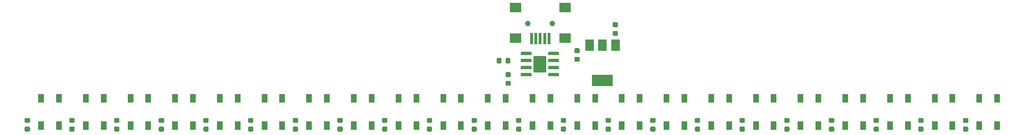
<source format=gbr>
G04 #@! TF.GenerationSoftware,KiCad,Pcbnew,(5.1.2)-2*
G04 #@! TF.CreationDate,2019-12-07T11:30:44-05:00*
G04 #@! TF.ProjectId,LEDsign,4c454473-6967-46e2-9e6b-696361645f70,rev?*
G04 #@! TF.SameCoordinates,Original*
G04 #@! TF.FileFunction,Soldermask,Top*
G04 #@! TF.FilePolarity,Negative*
%FSLAX46Y46*%
G04 Gerber Fmt 4.6, Leading zero omitted, Abs format (unit mm)*
G04 Created by KiCad (PCBNEW (5.1.2)-2) date 2019-12-07 11:30:44*
%MOMM*%
%LPD*%
G04 APERTURE LIST*
%ADD10C,0.100000*%
%ADD11C,0.600000*%
%ADD12C,2.290000*%
%ADD13R,1.000000X1.500000*%
%ADD14C,0.875000*%
%ADD15R,1.500000X2.000000*%
%ADD16R,3.800000X2.000000*%
%ADD17C,1.000000*%
%ADD18R,2.000000X1.700000*%
%ADD19R,0.500000X2.000000*%
G04 APERTURE END LIST*
D10*
G36*
X155590703Y-69614222D02*
G01*
X155605264Y-69616382D01*
X155619543Y-69619959D01*
X155633403Y-69624918D01*
X155646710Y-69631212D01*
X155659336Y-69638780D01*
X155671159Y-69647548D01*
X155682066Y-69657434D01*
X155691952Y-69668341D01*
X155700720Y-69680164D01*
X155708288Y-69692790D01*
X155714582Y-69706097D01*
X155719541Y-69719957D01*
X155723118Y-69734236D01*
X155725278Y-69748797D01*
X155726000Y-69763500D01*
X155726000Y-70063500D01*
X155725278Y-70078203D01*
X155723118Y-70092764D01*
X155719541Y-70107043D01*
X155714582Y-70120903D01*
X155708288Y-70134210D01*
X155700720Y-70146836D01*
X155691952Y-70158659D01*
X155682066Y-70169566D01*
X155671159Y-70179452D01*
X155659336Y-70188220D01*
X155646710Y-70195788D01*
X155633403Y-70202082D01*
X155619543Y-70207041D01*
X155605264Y-70210618D01*
X155590703Y-70212778D01*
X155576000Y-70213500D01*
X153926000Y-70213500D01*
X153911297Y-70212778D01*
X153896736Y-70210618D01*
X153882457Y-70207041D01*
X153868597Y-70202082D01*
X153855290Y-70195788D01*
X153842664Y-70188220D01*
X153830841Y-70179452D01*
X153819934Y-70169566D01*
X153810048Y-70158659D01*
X153801280Y-70146836D01*
X153793712Y-70134210D01*
X153787418Y-70120903D01*
X153782459Y-70107043D01*
X153778882Y-70092764D01*
X153776722Y-70078203D01*
X153776000Y-70063500D01*
X153776000Y-69763500D01*
X153776722Y-69748797D01*
X153778882Y-69734236D01*
X153782459Y-69719957D01*
X153787418Y-69706097D01*
X153793712Y-69692790D01*
X153801280Y-69680164D01*
X153810048Y-69668341D01*
X153819934Y-69657434D01*
X153830841Y-69647548D01*
X153842664Y-69638780D01*
X153855290Y-69631212D01*
X153868597Y-69624918D01*
X153882457Y-69619959D01*
X153896736Y-69616382D01*
X153911297Y-69614222D01*
X153926000Y-69613500D01*
X155576000Y-69613500D01*
X155590703Y-69614222D01*
X155590703Y-69614222D01*
G37*
D11*
X154751000Y-69913500D03*
D10*
G36*
X155590703Y-68344222D02*
G01*
X155605264Y-68346382D01*
X155619543Y-68349959D01*
X155633403Y-68354918D01*
X155646710Y-68361212D01*
X155659336Y-68368780D01*
X155671159Y-68377548D01*
X155682066Y-68387434D01*
X155691952Y-68398341D01*
X155700720Y-68410164D01*
X155708288Y-68422790D01*
X155714582Y-68436097D01*
X155719541Y-68449957D01*
X155723118Y-68464236D01*
X155725278Y-68478797D01*
X155726000Y-68493500D01*
X155726000Y-68793500D01*
X155725278Y-68808203D01*
X155723118Y-68822764D01*
X155719541Y-68837043D01*
X155714582Y-68850903D01*
X155708288Y-68864210D01*
X155700720Y-68876836D01*
X155691952Y-68888659D01*
X155682066Y-68899566D01*
X155671159Y-68909452D01*
X155659336Y-68918220D01*
X155646710Y-68925788D01*
X155633403Y-68932082D01*
X155619543Y-68937041D01*
X155605264Y-68940618D01*
X155590703Y-68942778D01*
X155576000Y-68943500D01*
X153926000Y-68943500D01*
X153911297Y-68942778D01*
X153896736Y-68940618D01*
X153882457Y-68937041D01*
X153868597Y-68932082D01*
X153855290Y-68925788D01*
X153842664Y-68918220D01*
X153830841Y-68909452D01*
X153819934Y-68899566D01*
X153810048Y-68888659D01*
X153801280Y-68876836D01*
X153793712Y-68864210D01*
X153787418Y-68850903D01*
X153782459Y-68837043D01*
X153778882Y-68822764D01*
X153776722Y-68808203D01*
X153776000Y-68793500D01*
X153776000Y-68493500D01*
X153776722Y-68478797D01*
X153778882Y-68464236D01*
X153782459Y-68449957D01*
X153787418Y-68436097D01*
X153793712Y-68422790D01*
X153801280Y-68410164D01*
X153810048Y-68398341D01*
X153819934Y-68387434D01*
X153830841Y-68377548D01*
X153842664Y-68368780D01*
X153855290Y-68361212D01*
X153868597Y-68354918D01*
X153882457Y-68349959D01*
X153896736Y-68346382D01*
X153911297Y-68344222D01*
X153926000Y-68343500D01*
X155576000Y-68343500D01*
X155590703Y-68344222D01*
X155590703Y-68344222D01*
G37*
D11*
X154751000Y-68643500D03*
D10*
G36*
X155590703Y-67074222D02*
G01*
X155605264Y-67076382D01*
X155619543Y-67079959D01*
X155633403Y-67084918D01*
X155646710Y-67091212D01*
X155659336Y-67098780D01*
X155671159Y-67107548D01*
X155682066Y-67117434D01*
X155691952Y-67128341D01*
X155700720Y-67140164D01*
X155708288Y-67152790D01*
X155714582Y-67166097D01*
X155719541Y-67179957D01*
X155723118Y-67194236D01*
X155725278Y-67208797D01*
X155726000Y-67223500D01*
X155726000Y-67523500D01*
X155725278Y-67538203D01*
X155723118Y-67552764D01*
X155719541Y-67567043D01*
X155714582Y-67580903D01*
X155708288Y-67594210D01*
X155700720Y-67606836D01*
X155691952Y-67618659D01*
X155682066Y-67629566D01*
X155671159Y-67639452D01*
X155659336Y-67648220D01*
X155646710Y-67655788D01*
X155633403Y-67662082D01*
X155619543Y-67667041D01*
X155605264Y-67670618D01*
X155590703Y-67672778D01*
X155576000Y-67673500D01*
X153926000Y-67673500D01*
X153911297Y-67672778D01*
X153896736Y-67670618D01*
X153882457Y-67667041D01*
X153868597Y-67662082D01*
X153855290Y-67655788D01*
X153842664Y-67648220D01*
X153830841Y-67639452D01*
X153819934Y-67629566D01*
X153810048Y-67618659D01*
X153801280Y-67606836D01*
X153793712Y-67594210D01*
X153787418Y-67580903D01*
X153782459Y-67567043D01*
X153778882Y-67552764D01*
X153776722Y-67538203D01*
X153776000Y-67523500D01*
X153776000Y-67223500D01*
X153776722Y-67208797D01*
X153778882Y-67194236D01*
X153782459Y-67179957D01*
X153787418Y-67166097D01*
X153793712Y-67152790D01*
X153801280Y-67140164D01*
X153810048Y-67128341D01*
X153819934Y-67117434D01*
X153830841Y-67107548D01*
X153842664Y-67098780D01*
X153855290Y-67091212D01*
X153868597Y-67084918D01*
X153882457Y-67079959D01*
X153896736Y-67076382D01*
X153911297Y-67074222D01*
X153926000Y-67073500D01*
X155576000Y-67073500D01*
X155590703Y-67074222D01*
X155590703Y-67074222D01*
G37*
D11*
X154751000Y-67373500D03*
D10*
G36*
X155590703Y-65804222D02*
G01*
X155605264Y-65806382D01*
X155619543Y-65809959D01*
X155633403Y-65814918D01*
X155646710Y-65821212D01*
X155659336Y-65828780D01*
X155671159Y-65837548D01*
X155682066Y-65847434D01*
X155691952Y-65858341D01*
X155700720Y-65870164D01*
X155708288Y-65882790D01*
X155714582Y-65896097D01*
X155719541Y-65909957D01*
X155723118Y-65924236D01*
X155725278Y-65938797D01*
X155726000Y-65953500D01*
X155726000Y-66253500D01*
X155725278Y-66268203D01*
X155723118Y-66282764D01*
X155719541Y-66297043D01*
X155714582Y-66310903D01*
X155708288Y-66324210D01*
X155700720Y-66336836D01*
X155691952Y-66348659D01*
X155682066Y-66359566D01*
X155671159Y-66369452D01*
X155659336Y-66378220D01*
X155646710Y-66385788D01*
X155633403Y-66392082D01*
X155619543Y-66397041D01*
X155605264Y-66400618D01*
X155590703Y-66402778D01*
X155576000Y-66403500D01*
X153926000Y-66403500D01*
X153911297Y-66402778D01*
X153896736Y-66400618D01*
X153882457Y-66397041D01*
X153868597Y-66392082D01*
X153855290Y-66385788D01*
X153842664Y-66378220D01*
X153830841Y-66369452D01*
X153819934Y-66359566D01*
X153810048Y-66348659D01*
X153801280Y-66336836D01*
X153793712Y-66324210D01*
X153787418Y-66310903D01*
X153782459Y-66297043D01*
X153778882Y-66282764D01*
X153776722Y-66268203D01*
X153776000Y-66253500D01*
X153776000Y-65953500D01*
X153776722Y-65938797D01*
X153778882Y-65924236D01*
X153782459Y-65909957D01*
X153787418Y-65896097D01*
X153793712Y-65882790D01*
X153801280Y-65870164D01*
X153810048Y-65858341D01*
X153819934Y-65847434D01*
X153830841Y-65837548D01*
X153842664Y-65828780D01*
X153855290Y-65821212D01*
X153868597Y-65814918D01*
X153882457Y-65809959D01*
X153896736Y-65806382D01*
X153911297Y-65804222D01*
X153926000Y-65803500D01*
X155576000Y-65803500D01*
X155590703Y-65804222D01*
X155590703Y-65804222D01*
G37*
D11*
X154751000Y-66103500D03*
D10*
G36*
X160540703Y-65804222D02*
G01*
X160555264Y-65806382D01*
X160569543Y-65809959D01*
X160583403Y-65814918D01*
X160596710Y-65821212D01*
X160609336Y-65828780D01*
X160621159Y-65837548D01*
X160632066Y-65847434D01*
X160641952Y-65858341D01*
X160650720Y-65870164D01*
X160658288Y-65882790D01*
X160664582Y-65896097D01*
X160669541Y-65909957D01*
X160673118Y-65924236D01*
X160675278Y-65938797D01*
X160676000Y-65953500D01*
X160676000Y-66253500D01*
X160675278Y-66268203D01*
X160673118Y-66282764D01*
X160669541Y-66297043D01*
X160664582Y-66310903D01*
X160658288Y-66324210D01*
X160650720Y-66336836D01*
X160641952Y-66348659D01*
X160632066Y-66359566D01*
X160621159Y-66369452D01*
X160609336Y-66378220D01*
X160596710Y-66385788D01*
X160583403Y-66392082D01*
X160569543Y-66397041D01*
X160555264Y-66400618D01*
X160540703Y-66402778D01*
X160526000Y-66403500D01*
X158876000Y-66403500D01*
X158861297Y-66402778D01*
X158846736Y-66400618D01*
X158832457Y-66397041D01*
X158818597Y-66392082D01*
X158805290Y-66385788D01*
X158792664Y-66378220D01*
X158780841Y-66369452D01*
X158769934Y-66359566D01*
X158760048Y-66348659D01*
X158751280Y-66336836D01*
X158743712Y-66324210D01*
X158737418Y-66310903D01*
X158732459Y-66297043D01*
X158728882Y-66282764D01*
X158726722Y-66268203D01*
X158726000Y-66253500D01*
X158726000Y-65953500D01*
X158726722Y-65938797D01*
X158728882Y-65924236D01*
X158732459Y-65909957D01*
X158737418Y-65896097D01*
X158743712Y-65882790D01*
X158751280Y-65870164D01*
X158760048Y-65858341D01*
X158769934Y-65847434D01*
X158780841Y-65837548D01*
X158792664Y-65828780D01*
X158805290Y-65821212D01*
X158818597Y-65814918D01*
X158832457Y-65809959D01*
X158846736Y-65806382D01*
X158861297Y-65804222D01*
X158876000Y-65803500D01*
X160526000Y-65803500D01*
X160540703Y-65804222D01*
X160540703Y-65804222D01*
G37*
D11*
X159701000Y-66103500D03*
D10*
G36*
X160540703Y-67074222D02*
G01*
X160555264Y-67076382D01*
X160569543Y-67079959D01*
X160583403Y-67084918D01*
X160596710Y-67091212D01*
X160609336Y-67098780D01*
X160621159Y-67107548D01*
X160632066Y-67117434D01*
X160641952Y-67128341D01*
X160650720Y-67140164D01*
X160658288Y-67152790D01*
X160664582Y-67166097D01*
X160669541Y-67179957D01*
X160673118Y-67194236D01*
X160675278Y-67208797D01*
X160676000Y-67223500D01*
X160676000Y-67523500D01*
X160675278Y-67538203D01*
X160673118Y-67552764D01*
X160669541Y-67567043D01*
X160664582Y-67580903D01*
X160658288Y-67594210D01*
X160650720Y-67606836D01*
X160641952Y-67618659D01*
X160632066Y-67629566D01*
X160621159Y-67639452D01*
X160609336Y-67648220D01*
X160596710Y-67655788D01*
X160583403Y-67662082D01*
X160569543Y-67667041D01*
X160555264Y-67670618D01*
X160540703Y-67672778D01*
X160526000Y-67673500D01*
X158876000Y-67673500D01*
X158861297Y-67672778D01*
X158846736Y-67670618D01*
X158832457Y-67667041D01*
X158818597Y-67662082D01*
X158805290Y-67655788D01*
X158792664Y-67648220D01*
X158780841Y-67639452D01*
X158769934Y-67629566D01*
X158760048Y-67618659D01*
X158751280Y-67606836D01*
X158743712Y-67594210D01*
X158737418Y-67580903D01*
X158732459Y-67567043D01*
X158728882Y-67552764D01*
X158726722Y-67538203D01*
X158726000Y-67523500D01*
X158726000Y-67223500D01*
X158726722Y-67208797D01*
X158728882Y-67194236D01*
X158732459Y-67179957D01*
X158737418Y-67166097D01*
X158743712Y-67152790D01*
X158751280Y-67140164D01*
X158760048Y-67128341D01*
X158769934Y-67117434D01*
X158780841Y-67107548D01*
X158792664Y-67098780D01*
X158805290Y-67091212D01*
X158818597Y-67084918D01*
X158832457Y-67079959D01*
X158846736Y-67076382D01*
X158861297Y-67074222D01*
X158876000Y-67073500D01*
X160526000Y-67073500D01*
X160540703Y-67074222D01*
X160540703Y-67074222D01*
G37*
D11*
X159701000Y-67373500D03*
D10*
G36*
X160540703Y-68344222D02*
G01*
X160555264Y-68346382D01*
X160569543Y-68349959D01*
X160583403Y-68354918D01*
X160596710Y-68361212D01*
X160609336Y-68368780D01*
X160621159Y-68377548D01*
X160632066Y-68387434D01*
X160641952Y-68398341D01*
X160650720Y-68410164D01*
X160658288Y-68422790D01*
X160664582Y-68436097D01*
X160669541Y-68449957D01*
X160673118Y-68464236D01*
X160675278Y-68478797D01*
X160676000Y-68493500D01*
X160676000Y-68793500D01*
X160675278Y-68808203D01*
X160673118Y-68822764D01*
X160669541Y-68837043D01*
X160664582Y-68850903D01*
X160658288Y-68864210D01*
X160650720Y-68876836D01*
X160641952Y-68888659D01*
X160632066Y-68899566D01*
X160621159Y-68909452D01*
X160609336Y-68918220D01*
X160596710Y-68925788D01*
X160583403Y-68932082D01*
X160569543Y-68937041D01*
X160555264Y-68940618D01*
X160540703Y-68942778D01*
X160526000Y-68943500D01*
X158876000Y-68943500D01*
X158861297Y-68942778D01*
X158846736Y-68940618D01*
X158832457Y-68937041D01*
X158818597Y-68932082D01*
X158805290Y-68925788D01*
X158792664Y-68918220D01*
X158780841Y-68909452D01*
X158769934Y-68899566D01*
X158760048Y-68888659D01*
X158751280Y-68876836D01*
X158743712Y-68864210D01*
X158737418Y-68850903D01*
X158732459Y-68837043D01*
X158728882Y-68822764D01*
X158726722Y-68808203D01*
X158726000Y-68793500D01*
X158726000Y-68493500D01*
X158726722Y-68478797D01*
X158728882Y-68464236D01*
X158732459Y-68449957D01*
X158737418Y-68436097D01*
X158743712Y-68422790D01*
X158751280Y-68410164D01*
X158760048Y-68398341D01*
X158769934Y-68387434D01*
X158780841Y-68377548D01*
X158792664Y-68368780D01*
X158805290Y-68361212D01*
X158818597Y-68354918D01*
X158832457Y-68349959D01*
X158846736Y-68346382D01*
X158861297Y-68344222D01*
X158876000Y-68343500D01*
X160526000Y-68343500D01*
X160540703Y-68344222D01*
X160540703Y-68344222D01*
G37*
D11*
X159701000Y-68643500D03*
D10*
G36*
X160540703Y-69614222D02*
G01*
X160555264Y-69616382D01*
X160569543Y-69619959D01*
X160583403Y-69624918D01*
X160596710Y-69631212D01*
X160609336Y-69638780D01*
X160621159Y-69647548D01*
X160632066Y-69657434D01*
X160641952Y-69668341D01*
X160650720Y-69680164D01*
X160658288Y-69692790D01*
X160664582Y-69706097D01*
X160669541Y-69719957D01*
X160673118Y-69734236D01*
X160675278Y-69748797D01*
X160676000Y-69763500D01*
X160676000Y-70063500D01*
X160675278Y-70078203D01*
X160673118Y-70092764D01*
X160669541Y-70107043D01*
X160664582Y-70120903D01*
X160658288Y-70134210D01*
X160650720Y-70146836D01*
X160641952Y-70158659D01*
X160632066Y-70169566D01*
X160621159Y-70179452D01*
X160609336Y-70188220D01*
X160596710Y-70195788D01*
X160583403Y-70202082D01*
X160569543Y-70207041D01*
X160555264Y-70210618D01*
X160540703Y-70212778D01*
X160526000Y-70213500D01*
X158876000Y-70213500D01*
X158861297Y-70212778D01*
X158846736Y-70210618D01*
X158832457Y-70207041D01*
X158818597Y-70202082D01*
X158805290Y-70195788D01*
X158792664Y-70188220D01*
X158780841Y-70179452D01*
X158769934Y-70169566D01*
X158760048Y-70158659D01*
X158751280Y-70146836D01*
X158743712Y-70134210D01*
X158737418Y-70120903D01*
X158732459Y-70107043D01*
X158728882Y-70092764D01*
X158726722Y-70078203D01*
X158726000Y-70063500D01*
X158726000Y-69763500D01*
X158726722Y-69748797D01*
X158728882Y-69734236D01*
X158732459Y-69719957D01*
X158737418Y-69706097D01*
X158743712Y-69692790D01*
X158751280Y-69680164D01*
X158760048Y-69668341D01*
X158769934Y-69657434D01*
X158780841Y-69647548D01*
X158792664Y-69638780D01*
X158805290Y-69631212D01*
X158818597Y-69624918D01*
X158832457Y-69619959D01*
X158846736Y-69616382D01*
X158861297Y-69614222D01*
X158876000Y-69613500D01*
X160526000Y-69613500D01*
X160540703Y-69614222D01*
X160540703Y-69614222D01*
G37*
D11*
X159701000Y-69913500D03*
D10*
G36*
X158145505Y-66509704D02*
G01*
X158169773Y-66513304D01*
X158193572Y-66519265D01*
X158216671Y-66527530D01*
X158238850Y-66538020D01*
X158259893Y-66550632D01*
X158279599Y-66565247D01*
X158297777Y-66581723D01*
X158314253Y-66599901D01*
X158328868Y-66619607D01*
X158341480Y-66640650D01*
X158351970Y-66662829D01*
X158360235Y-66685928D01*
X158366196Y-66709727D01*
X158369796Y-66733995D01*
X158371000Y-66758499D01*
X158371000Y-69258501D01*
X158369796Y-69283005D01*
X158366196Y-69307273D01*
X158360235Y-69331072D01*
X158351970Y-69354171D01*
X158341480Y-69376350D01*
X158328868Y-69397393D01*
X158314253Y-69417099D01*
X158297777Y-69435277D01*
X158279599Y-69451753D01*
X158259893Y-69466368D01*
X158238850Y-69478980D01*
X158216671Y-69489470D01*
X158193572Y-69497735D01*
X158169773Y-69503696D01*
X158145505Y-69507296D01*
X158121001Y-69508500D01*
X156330999Y-69508500D01*
X156306495Y-69507296D01*
X156282227Y-69503696D01*
X156258428Y-69497735D01*
X156235329Y-69489470D01*
X156213150Y-69478980D01*
X156192107Y-69466368D01*
X156172401Y-69451753D01*
X156154223Y-69435277D01*
X156137747Y-69417099D01*
X156123132Y-69397393D01*
X156110520Y-69376350D01*
X156100030Y-69354171D01*
X156091765Y-69331072D01*
X156085804Y-69307273D01*
X156082204Y-69283005D01*
X156081000Y-69258501D01*
X156081000Y-66758499D01*
X156082204Y-66733995D01*
X156085804Y-66709727D01*
X156091765Y-66685928D01*
X156100030Y-66662829D01*
X156110520Y-66640650D01*
X156123132Y-66619607D01*
X156137747Y-66599901D01*
X156154223Y-66581723D01*
X156172401Y-66565247D01*
X156192107Y-66550632D01*
X156213150Y-66538020D01*
X156235329Y-66527530D01*
X156258428Y-66519265D01*
X156282227Y-66513304D01*
X156306495Y-66509704D01*
X156330999Y-66508500D01*
X158121001Y-66508500D01*
X158145505Y-66509704D01*
X158145505Y-66509704D01*
G37*
D12*
X157226000Y-68008500D03*
D13*
X78898500Y-74194500D03*
X75698500Y-74194500D03*
X78898500Y-79094500D03*
X75698500Y-79094500D03*
X102962500Y-74194500D03*
X99762500Y-74194500D03*
X102962500Y-79094500D03*
X99762500Y-79094500D03*
X127022500Y-74194500D03*
X123822500Y-74194500D03*
X127022500Y-79094500D03*
X123822500Y-79094500D03*
X207222500Y-74194500D03*
X204022500Y-74194500D03*
X207222500Y-79094500D03*
X204022500Y-79094500D03*
X239302500Y-74194500D03*
X236102500Y-74194500D03*
X239302500Y-79094500D03*
X236102500Y-79094500D03*
X231282500Y-74194500D03*
X228082500Y-74194500D03*
X231282500Y-79094500D03*
X228082500Y-79094500D03*
X223262500Y-74194500D03*
X220062500Y-74194500D03*
X223262500Y-79094500D03*
X220062500Y-79094500D03*
X215242500Y-74194500D03*
X212042500Y-74194500D03*
X215242500Y-79094500D03*
X212042500Y-79094500D03*
X199202500Y-74194500D03*
X196002500Y-74194500D03*
X199202500Y-79094500D03*
X196002500Y-79094500D03*
X191182500Y-74194500D03*
X187982500Y-74194500D03*
X191182500Y-79094500D03*
X187982500Y-79094500D03*
X183162500Y-74194500D03*
X179962500Y-74194500D03*
X183162500Y-79094500D03*
X179962500Y-79094500D03*
X175142500Y-74194500D03*
X171942500Y-74194500D03*
X175142500Y-79094500D03*
X171942500Y-79094500D03*
X167122500Y-74194500D03*
X163922500Y-74194500D03*
X167122500Y-79094500D03*
X163922500Y-79094500D03*
X159102500Y-74194500D03*
X155902500Y-74194500D03*
X159102500Y-79094500D03*
X155902500Y-79094500D03*
X151082500Y-74194500D03*
X147882500Y-74194500D03*
X151082500Y-79094500D03*
X147882500Y-79094500D03*
X143062500Y-74194500D03*
X139862500Y-74194500D03*
X143062500Y-79094500D03*
X139862500Y-79094500D03*
X135042500Y-74194500D03*
X131842500Y-74194500D03*
X135042500Y-79094500D03*
X131842500Y-79094500D03*
X119002500Y-74194500D03*
X115802500Y-74194500D03*
X119002500Y-79094500D03*
X115802500Y-79094500D03*
X110982500Y-74194500D03*
X107782500Y-74194500D03*
X110982500Y-79094500D03*
X107782500Y-79094500D03*
X94942500Y-74194500D03*
X91742500Y-74194500D03*
X94942500Y-79094500D03*
X91742500Y-79094500D03*
X86922500Y-74194500D03*
X83722500Y-74194500D03*
X86922500Y-79094500D03*
X83722500Y-79094500D03*
D10*
G36*
X233912191Y-77681053D02*
G01*
X233933426Y-77684203D01*
X233954250Y-77689419D01*
X233974462Y-77696651D01*
X233993868Y-77705830D01*
X234012281Y-77716866D01*
X234029524Y-77729654D01*
X234045430Y-77744070D01*
X234059846Y-77759976D01*
X234072634Y-77777219D01*
X234083670Y-77795632D01*
X234092849Y-77815038D01*
X234100081Y-77835250D01*
X234105297Y-77856074D01*
X234108447Y-77877309D01*
X234109500Y-77898750D01*
X234109500Y-78336250D01*
X234108447Y-78357691D01*
X234105297Y-78378926D01*
X234100081Y-78399750D01*
X234092849Y-78419962D01*
X234083670Y-78439368D01*
X234072634Y-78457781D01*
X234059846Y-78475024D01*
X234045430Y-78490930D01*
X234029524Y-78505346D01*
X234012281Y-78518134D01*
X233993868Y-78529170D01*
X233974462Y-78538349D01*
X233954250Y-78545581D01*
X233933426Y-78550797D01*
X233912191Y-78553947D01*
X233890750Y-78555000D01*
X233378250Y-78555000D01*
X233356809Y-78553947D01*
X233335574Y-78550797D01*
X233314750Y-78545581D01*
X233294538Y-78538349D01*
X233275132Y-78529170D01*
X233256719Y-78518134D01*
X233239476Y-78505346D01*
X233223570Y-78490930D01*
X233209154Y-78475024D01*
X233196366Y-78457781D01*
X233185330Y-78439368D01*
X233176151Y-78419962D01*
X233168919Y-78399750D01*
X233163703Y-78378926D01*
X233160553Y-78357691D01*
X233159500Y-78336250D01*
X233159500Y-77898750D01*
X233160553Y-77877309D01*
X233163703Y-77856074D01*
X233168919Y-77835250D01*
X233176151Y-77815038D01*
X233185330Y-77795632D01*
X233196366Y-77777219D01*
X233209154Y-77759976D01*
X233223570Y-77744070D01*
X233239476Y-77729654D01*
X233256719Y-77716866D01*
X233275132Y-77705830D01*
X233294538Y-77696651D01*
X233314750Y-77689419D01*
X233335574Y-77684203D01*
X233356809Y-77681053D01*
X233378250Y-77680000D01*
X233890750Y-77680000D01*
X233912191Y-77681053D01*
X233912191Y-77681053D01*
G37*
D14*
X233634500Y-78117500D03*
D10*
G36*
X233912191Y-79256053D02*
G01*
X233933426Y-79259203D01*
X233954250Y-79264419D01*
X233974462Y-79271651D01*
X233993868Y-79280830D01*
X234012281Y-79291866D01*
X234029524Y-79304654D01*
X234045430Y-79319070D01*
X234059846Y-79334976D01*
X234072634Y-79352219D01*
X234083670Y-79370632D01*
X234092849Y-79390038D01*
X234100081Y-79410250D01*
X234105297Y-79431074D01*
X234108447Y-79452309D01*
X234109500Y-79473750D01*
X234109500Y-79911250D01*
X234108447Y-79932691D01*
X234105297Y-79953926D01*
X234100081Y-79974750D01*
X234092849Y-79994962D01*
X234083670Y-80014368D01*
X234072634Y-80032781D01*
X234059846Y-80050024D01*
X234045430Y-80065930D01*
X234029524Y-80080346D01*
X234012281Y-80093134D01*
X233993868Y-80104170D01*
X233974462Y-80113349D01*
X233954250Y-80120581D01*
X233933426Y-80125797D01*
X233912191Y-80128947D01*
X233890750Y-80130000D01*
X233378250Y-80130000D01*
X233356809Y-80128947D01*
X233335574Y-80125797D01*
X233314750Y-80120581D01*
X233294538Y-80113349D01*
X233275132Y-80104170D01*
X233256719Y-80093134D01*
X233239476Y-80080346D01*
X233223570Y-80065930D01*
X233209154Y-80050024D01*
X233196366Y-80032781D01*
X233185330Y-80014368D01*
X233176151Y-79994962D01*
X233168919Y-79974750D01*
X233163703Y-79953926D01*
X233160553Y-79932691D01*
X233159500Y-79911250D01*
X233159500Y-79473750D01*
X233160553Y-79452309D01*
X233163703Y-79431074D01*
X233168919Y-79410250D01*
X233176151Y-79390038D01*
X233185330Y-79370632D01*
X233196366Y-79352219D01*
X233209154Y-79334976D01*
X233223570Y-79319070D01*
X233239476Y-79304654D01*
X233256719Y-79291866D01*
X233275132Y-79280830D01*
X233294538Y-79271651D01*
X233314750Y-79264419D01*
X233335574Y-79259203D01*
X233356809Y-79256053D01*
X233378250Y-79255000D01*
X233890750Y-79255000D01*
X233912191Y-79256053D01*
X233912191Y-79256053D01*
G37*
D14*
X233634500Y-79692500D03*
D10*
G36*
X225892191Y-77681053D02*
G01*
X225913426Y-77684203D01*
X225934250Y-77689419D01*
X225954462Y-77696651D01*
X225973868Y-77705830D01*
X225992281Y-77716866D01*
X226009524Y-77729654D01*
X226025430Y-77744070D01*
X226039846Y-77759976D01*
X226052634Y-77777219D01*
X226063670Y-77795632D01*
X226072849Y-77815038D01*
X226080081Y-77835250D01*
X226085297Y-77856074D01*
X226088447Y-77877309D01*
X226089500Y-77898750D01*
X226089500Y-78336250D01*
X226088447Y-78357691D01*
X226085297Y-78378926D01*
X226080081Y-78399750D01*
X226072849Y-78419962D01*
X226063670Y-78439368D01*
X226052634Y-78457781D01*
X226039846Y-78475024D01*
X226025430Y-78490930D01*
X226009524Y-78505346D01*
X225992281Y-78518134D01*
X225973868Y-78529170D01*
X225954462Y-78538349D01*
X225934250Y-78545581D01*
X225913426Y-78550797D01*
X225892191Y-78553947D01*
X225870750Y-78555000D01*
X225358250Y-78555000D01*
X225336809Y-78553947D01*
X225315574Y-78550797D01*
X225294750Y-78545581D01*
X225274538Y-78538349D01*
X225255132Y-78529170D01*
X225236719Y-78518134D01*
X225219476Y-78505346D01*
X225203570Y-78490930D01*
X225189154Y-78475024D01*
X225176366Y-78457781D01*
X225165330Y-78439368D01*
X225156151Y-78419962D01*
X225148919Y-78399750D01*
X225143703Y-78378926D01*
X225140553Y-78357691D01*
X225139500Y-78336250D01*
X225139500Y-77898750D01*
X225140553Y-77877309D01*
X225143703Y-77856074D01*
X225148919Y-77835250D01*
X225156151Y-77815038D01*
X225165330Y-77795632D01*
X225176366Y-77777219D01*
X225189154Y-77759976D01*
X225203570Y-77744070D01*
X225219476Y-77729654D01*
X225236719Y-77716866D01*
X225255132Y-77705830D01*
X225274538Y-77696651D01*
X225294750Y-77689419D01*
X225315574Y-77684203D01*
X225336809Y-77681053D01*
X225358250Y-77680000D01*
X225870750Y-77680000D01*
X225892191Y-77681053D01*
X225892191Y-77681053D01*
G37*
D14*
X225614500Y-78117500D03*
D10*
G36*
X225892191Y-79256053D02*
G01*
X225913426Y-79259203D01*
X225934250Y-79264419D01*
X225954462Y-79271651D01*
X225973868Y-79280830D01*
X225992281Y-79291866D01*
X226009524Y-79304654D01*
X226025430Y-79319070D01*
X226039846Y-79334976D01*
X226052634Y-79352219D01*
X226063670Y-79370632D01*
X226072849Y-79390038D01*
X226080081Y-79410250D01*
X226085297Y-79431074D01*
X226088447Y-79452309D01*
X226089500Y-79473750D01*
X226089500Y-79911250D01*
X226088447Y-79932691D01*
X226085297Y-79953926D01*
X226080081Y-79974750D01*
X226072849Y-79994962D01*
X226063670Y-80014368D01*
X226052634Y-80032781D01*
X226039846Y-80050024D01*
X226025430Y-80065930D01*
X226009524Y-80080346D01*
X225992281Y-80093134D01*
X225973868Y-80104170D01*
X225954462Y-80113349D01*
X225934250Y-80120581D01*
X225913426Y-80125797D01*
X225892191Y-80128947D01*
X225870750Y-80130000D01*
X225358250Y-80130000D01*
X225336809Y-80128947D01*
X225315574Y-80125797D01*
X225294750Y-80120581D01*
X225274538Y-80113349D01*
X225255132Y-80104170D01*
X225236719Y-80093134D01*
X225219476Y-80080346D01*
X225203570Y-80065930D01*
X225189154Y-80050024D01*
X225176366Y-80032781D01*
X225165330Y-80014368D01*
X225156151Y-79994962D01*
X225148919Y-79974750D01*
X225143703Y-79953926D01*
X225140553Y-79932691D01*
X225139500Y-79911250D01*
X225139500Y-79473750D01*
X225140553Y-79452309D01*
X225143703Y-79431074D01*
X225148919Y-79410250D01*
X225156151Y-79390038D01*
X225165330Y-79370632D01*
X225176366Y-79352219D01*
X225189154Y-79334976D01*
X225203570Y-79319070D01*
X225219476Y-79304654D01*
X225236719Y-79291866D01*
X225255132Y-79280830D01*
X225274538Y-79271651D01*
X225294750Y-79264419D01*
X225315574Y-79259203D01*
X225336809Y-79256053D01*
X225358250Y-79255000D01*
X225870750Y-79255000D01*
X225892191Y-79256053D01*
X225892191Y-79256053D01*
G37*
D14*
X225614500Y-79692500D03*
D10*
G36*
X217872191Y-77681053D02*
G01*
X217893426Y-77684203D01*
X217914250Y-77689419D01*
X217934462Y-77696651D01*
X217953868Y-77705830D01*
X217972281Y-77716866D01*
X217989524Y-77729654D01*
X218005430Y-77744070D01*
X218019846Y-77759976D01*
X218032634Y-77777219D01*
X218043670Y-77795632D01*
X218052849Y-77815038D01*
X218060081Y-77835250D01*
X218065297Y-77856074D01*
X218068447Y-77877309D01*
X218069500Y-77898750D01*
X218069500Y-78336250D01*
X218068447Y-78357691D01*
X218065297Y-78378926D01*
X218060081Y-78399750D01*
X218052849Y-78419962D01*
X218043670Y-78439368D01*
X218032634Y-78457781D01*
X218019846Y-78475024D01*
X218005430Y-78490930D01*
X217989524Y-78505346D01*
X217972281Y-78518134D01*
X217953868Y-78529170D01*
X217934462Y-78538349D01*
X217914250Y-78545581D01*
X217893426Y-78550797D01*
X217872191Y-78553947D01*
X217850750Y-78555000D01*
X217338250Y-78555000D01*
X217316809Y-78553947D01*
X217295574Y-78550797D01*
X217274750Y-78545581D01*
X217254538Y-78538349D01*
X217235132Y-78529170D01*
X217216719Y-78518134D01*
X217199476Y-78505346D01*
X217183570Y-78490930D01*
X217169154Y-78475024D01*
X217156366Y-78457781D01*
X217145330Y-78439368D01*
X217136151Y-78419962D01*
X217128919Y-78399750D01*
X217123703Y-78378926D01*
X217120553Y-78357691D01*
X217119500Y-78336250D01*
X217119500Y-77898750D01*
X217120553Y-77877309D01*
X217123703Y-77856074D01*
X217128919Y-77835250D01*
X217136151Y-77815038D01*
X217145330Y-77795632D01*
X217156366Y-77777219D01*
X217169154Y-77759976D01*
X217183570Y-77744070D01*
X217199476Y-77729654D01*
X217216719Y-77716866D01*
X217235132Y-77705830D01*
X217254538Y-77696651D01*
X217274750Y-77689419D01*
X217295574Y-77684203D01*
X217316809Y-77681053D01*
X217338250Y-77680000D01*
X217850750Y-77680000D01*
X217872191Y-77681053D01*
X217872191Y-77681053D01*
G37*
D14*
X217594500Y-78117500D03*
D10*
G36*
X217872191Y-79256053D02*
G01*
X217893426Y-79259203D01*
X217914250Y-79264419D01*
X217934462Y-79271651D01*
X217953868Y-79280830D01*
X217972281Y-79291866D01*
X217989524Y-79304654D01*
X218005430Y-79319070D01*
X218019846Y-79334976D01*
X218032634Y-79352219D01*
X218043670Y-79370632D01*
X218052849Y-79390038D01*
X218060081Y-79410250D01*
X218065297Y-79431074D01*
X218068447Y-79452309D01*
X218069500Y-79473750D01*
X218069500Y-79911250D01*
X218068447Y-79932691D01*
X218065297Y-79953926D01*
X218060081Y-79974750D01*
X218052849Y-79994962D01*
X218043670Y-80014368D01*
X218032634Y-80032781D01*
X218019846Y-80050024D01*
X218005430Y-80065930D01*
X217989524Y-80080346D01*
X217972281Y-80093134D01*
X217953868Y-80104170D01*
X217934462Y-80113349D01*
X217914250Y-80120581D01*
X217893426Y-80125797D01*
X217872191Y-80128947D01*
X217850750Y-80130000D01*
X217338250Y-80130000D01*
X217316809Y-80128947D01*
X217295574Y-80125797D01*
X217274750Y-80120581D01*
X217254538Y-80113349D01*
X217235132Y-80104170D01*
X217216719Y-80093134D01*
X217199476Y-80080346D01*
X217183570Y-80065930D01*
X217169154Y-80050024D01*
X217156366Y-80032781D01*
X217145330Y-80014368D01*
X217136151Y-79994962D01*
X217128919Y-79974750D01*
X217123703Y-79953926D01*
X217120553Y-79932691D01*
X217119500Y-79911250D01*
X217119500Y-79473750D01*
X217120553Y-79452309D01*
X217123703Y-79431074D01*
X217128919Y-79410250D01*
X217136151Y-79390038D01*
X217145330Y-79370632D01*
X217156366Y-79352219D01*
X217169154Y-79334976D01*
X217183570Y-79319070D01*
X217199476Y-79304654D01*
X217216719Y-79291866D01*
X217235132Y-79280830D01*
X217254538Y-79271651D01*
X217274750Y-79264419D01*
X217295574Y-79259203D01*
X217316809Y-79256053D01*
X217338250Y-79255000D01*
X217850750Y-79255000D01*
X217872191Y-79256053D01*
X217872191Y-79256053D01*
G37*
D14*
X217594500Y-79692500D03*
D10*
G36*
X209852191Y-77681053D02*
G01*
X209873426Y-77684203D01*
X209894250Y-77689419D01*
X209914462Y-77696651D01*
X209933868Y-77705830D01*
X209952281Y-77716866D01*
X209969524Y-77729654D01*
X209985430Y-77744070D01*
X209999846Y-77759976D01*
X210012634Y-77777219D01*
X210023670Y-77795632D01*
X210032849Y-77815038D01*
X210040081Y-77835250D01*
X210045297Y-77856074D01*
X210048447Y-77877309D01*
X210049500Y-77898750D01*
X210049500Y-78336250D01*
X210048447Y-78357691D01*
X210045297Y-78378926D01*
X210040081Y-78399750D01*
X210032849Y-78419962D01*
X210023670Y-78439368D01*
X210012634Y-78457781D01*
X209999846Y-78475024D01*
X209985430Y-78490930D01*
X209969524Y-78505346D01*
X209952281Y-78518134D01*
X209933868Y-78529170D01*
X209914462Y-78538349D01*
X209894250Y-78545581D01*
X209873426Y-78550797D01*
X209852191Y-78553947D01*
X209830750Y-78555000D01*
X209318250Y-78555000D01*
X209296809Y-78553947D01*
X209275574Y-78550797D01*
X209254750Y-78545581D01*
X209234538Y-78538349D01*
X209215132Y-78529170D01*
X209196719Y-78518134D01*
X209179476Y-78505346D01*
X209163570Y-78490930D01*
X209149154Y-78475024D01*
X209136366Y-78457781D01*
X209125330Y-78439368D01*
X209116151Y-78419962D01*
X209108919Y-78399750D01*
X209103703Y-78378926D01*
X209100553Y-78357691D01*
X209099500Y-78336250D01*
X209099500Y-77898750D01*
X209100553Y-77877309D01*
X209103703Y-77856074D01*
X209108919Y-77835250D01*
X209116151Y-77815038D01*
X209125330Y-77795632D01*
X209136366Y-77777219D01*
X209149154Y-77759976D01*
X209163570Y-77744070D01*
X209179476Y-77729654D01*
X209196719Y-77716866D01*
X209215132Y-77705830D01*
X209234538Y-77696651D01*
X209254750Y-77689419D01*
X209275574Y-77684203D01*
X209296809Y-77681053D01*
X209318250Y-77680000D01*
X209830750Y-77680000D01*
X209852191Y-77681053D01*
X209852191Y-77681053D01*
G37*
D14*
X209574500Y-78117500D03*
D10*
G36*
X209852191Y-79256053D02*
G01*
X209873426Y-79259203D01*
X209894250Y-79264419D01*
X209914462Y-79271651D01*
X209933868Y-79280830D01*
X209952281Y-79291866D01*
X209969524Y-79304654D01*
X209985430Y-79319070D01*
X209999846Y-79334976D01*
X210012634Y-79352219D01*
X210023670Y-79370632D01*
X210032849Y-79390038D01*
X210040081Y-79410250D01*
X210045297Y-79431074D01*
X210048447Y-79452309D01*
X210049500Y-79473750D01*
X210049500Y-79911250D01*
X210048447Y-79932691D01*
X210045297Y-79953926D01*
X210040081Y-79974750D01*
X210032849Y-79994962D01*
X210023670Y-80014368D01*
X210012634Y-80032781D01*
X209999846Y-80050024D01*
X209985430Y-80065930D01*
X209969524Y-80080346D01*
X209952281Y-80093134D01*
X209933868Y-80104170D01*
X209914462Y-80113349D01*
X209894250Y-80120581D01*
X209873426Y-80125797D01*
X209852191Y-80128947D01*
X209830750Y-80130000D01*
X209318250Y-80130000D01*
X209296809Y-80128947D01*
X209275574Y-80125797D01*
X209254750Y-80120581D01*
X209234538Y-80113349D01*
X209215132Y-80104170D01*
X209196719Y-80093134D01*
X209179476Y-80080346D01*
X209163570Y-80065930D01*
X209149154Y-80050024D01*
X209136366Y-80032781D01*
X209125330Y-80014368D01*
X209116151Y-79994962D01*
X209108919Y-79974750D01*
X209103703Y-79953926D01*
X209100553Y-79932691D01*
X209099500Y-79911250D01*
X209099500Y-79473750D01*
X209100553Y-79452309D01*
X209103703Y-79431074D01*
X209108919Y-79410250D01*
X209116151Y-79390038D01*
X209125330Y-79370632D01*
X209136366Y-79352219D01*
X209149154Y-79334976D01*
X209163570Y-79319070D01*
X209179476Y-79304654D01*
X209196719Y-79291866D01*
X209215132Y-79280830D01*
X209234538Y-79271651D01*
X209254750Y-79264419D01*
X209275574Y-79259203D01*
X209296809Y-79256053D01*
X209318250Y-79255000D01*
X209830750Y-79255000D01*
X209852191Y-79256053D01*
X209852191Y-79256053D01*
G37*
D14*
X209574500Y-79692500D03*
D10*
G36*
X201832191Y-77681053D02*
G01*
X201853426Y-77684203D01*
X201874250Y-77689419D01*
X201894462Y-77696651D01*
X201913868Y-77705830D01*
X201932281Y-77716866D01*
X201949524Y-77729654D01*
X201965430Y-77744070D01*
X201979846Y-77759976D01*
X201992634Y-77777219D01*
X202003670Y-77795632D01*
X202012849Y-77815038D01*
X202020081Y-77835250D01*
X202025297Y-77856074D01*
X202028447Y-77877309D01*
X202029500Y-77898750D01*
X202029500Y-78336250D01*
X202028447Y-78357691D01*
X202025297Y-78378926D01*
X202020081Y-78399750D01*
X202012849Y-78419962D01*
X202003670Y-78439368D01*
X201992634Y-78457781D01*
X201979846Y-78475024D01*
X201965430Y-78490930D01*
X201949524Y-78505346D01*
X201932281Y-78518134D01*
X201913868Y-78529170D01*
X201894462Y-78538349D01*
X201874250Y-78545581D01*
X201853426Y-78550797D01*
X201832191Y-78553947D01*
X201810750Y-78555000D01*
X201298250Y-78555000D01*
X201276809Y-78553947D01*
X201255574Y-78550797D01*
X201234750Y-78545581D01*
X201214538Y-78538349D01*
X201195132Y-78529170D01*
X201176719Y-78518134D01*
X201159476Y-78505346D01*
X201143570Y-78490930D01*
X201129154Y-78475024D01*
X201116366Y-78457781D01*
X201105330Y-78439368D01*
X201096151Y-78419962D01*
X201088919Y-78399750D01*
X201083703Y-78378926D01*
X201080553Y-78357691D01*
X201079500Y-78336250D01*
X201079500Y-77898750D01*
X201080553Y-77877309D01*
X201083703Y-77856074D01*
X201088919Y-77835250D01*
X201096151Y-77815038D01*
X201105330Y-77795632D01*
X201116366Y-77777219D01*
X201129154Y-77759976D01*
X201143570Y-77744070D01*
X201159476Y-77729654D01*
X201176719Y-77716866D01*
X201195132Y-77705830D01*
X201214538Y-77696651D01*
X201234750Y-77689419D01*
X201255574Y-77684203D01*
X201276809Y-77681053D01*
X201298250Y-77680000D01*
X201810750Y-77680000D01*
X201832191Y-77681053D01*
X201832191Y-77681053D01*
G37*
D14*
X201554500Y-78117500D03*
D10*
G36*
X201832191Y-79256053D02*
G01*
X201853426Y-79259203D01*
X201874250Y-79264419D01*
X201894462Y-79271651D01*
X201913868Y-79280830D01*
X201932281Y-79291866D01*
X201949524Y-79304654D01*
X201965430Y-79319070D01*
X201979846Y-79334976D01*
X201992634Y-79352219D01*
X202003670Y-79370632D01*
X202012849Y-79390038D01*
X202020081Y-79410250D01*
X202025297Y-79431074D01*
X202028447Y-79452309D01*
X202029500Y-79473750D01*
X202029500Y-79911250D01*
X202028447Y-79932691D01*
X202025297Y-79953926D01*
X202020081Y-79974750D01*
X202012849Y-79994962D01*
X202003670Y-80014368D01*
X201992634Y-80032781D01*
X201979846Y-80050024D01*
X201965430Y-80065930D01*
X201949524Y-80080346D01*
X201932281Y-80093134D01*
X201913868Y-80104170D01*
X201894462Y-80113349D01*
X201874250Y-80120581D01*
X201853426Y-80125797D01*
X201832191Y-80128947D01*
X201810750Y-80130000D01*
X201298250Y-80130000D01*
X201276809Y-80128947D01*
X201255574Y-80125797D01*
X201234750Y-80120581D01*
X201214538Y-80113349D01*
X201195132Y-80104170D01*
X201176719Y-80093134D01*
X201159476Y-80080346D01*
X201143570Y-80065930D01*
X201129154Y-80050024D01*
X201116366Y-80032781D01*
X201105330Y-80014368D01*
X201096151Y-79994962D01*
X201088919Y-79974750D01*
X201083703Y-79953926D01*
X201080553Y-79932691D01*
X201079500Y-79911250D01*
X201079500Y-79473750D01*
X201080553Y-79452309D01*
X201083703Y-79431074D01*
X201088919Y-79410250D01*
X201096151Y-79390038D01*
X201105330Y-79370632D01*
X201116366Y-79352219D01*
X201129154Y-79334976D01*
X201143570Y-79319070D01*
X201159476Y-79304654D01*
X201176719Y-79291866D01*
X201195132Y-79280830D01*
X201214538Y-79271651D01*
X201234750Y-79264419D01*
X201255574Y-79259203D01*
X201276809Y-79256053D01*
X201298250Y-79255000D01*
X201810750Y-79255000D01*
X201832191Y-79256053D01*
X201832191Y-79256053D01*
G37*
D14*
X201554500Y-79692500D03*
D10*
G36*
X193812191Y-77681053D02*
G01*
X193833426Y-77684203D01*
X193854250Y-77689419D01*
X193874462Y-77696651D01*
X193893868Y-77705830D01*
X193912281Y-77716866D01*
X193929524Y-77729654D01*
X193945430Y-77744070D01*
X193959846Y-77759976D01*
X193972634Y-77777219D01*
X193983670Y-77795632D01*
X193992849Y-77815038D01*
X194000081Y-77835250D01*
X194005297Y-77856074D01*
X194008447Y-77877309D01*
X194009500Y-77898750D01*
X194009500Y-78336250D01*
X194008447Y-78357691D01*
X194005297Y-78378926D01*
X194000081Y-78399750D01*
X193992849Y-78419962D01*
X193983670Y-78439368D01*
X193972634Y-78457781D01*
X193959846Y-78475024D01*
X193945430Y-78490930D01*
X193929524Y-78505346D01*
X193912281Y-78518134D01*
X193893868Y-78529170D01*
X193874462Y-78538349D01*
X193854250Y-78545581D01*
X193833426Y-78550797D01*
X193812191Y-78553947D01*
X193790750Y-78555000D01*
X193278250Y-78555000D01*
X193256809Y-78553947D01*
X193235574Y-78550797D01*
X193214750Y-78545581D01*
X193194538Y-78538349D01*
X193175132Y-78529170D01*
X193156719Y-78518134D01*
X193139476Y-78505346D01*
X193123570Y-78490930D01*
X193109154Y-78475024D01*
X193096366Y-78457781D01*
X193085330Y-78439368D01*
X193076151Y-78419962D01*
X193068919Y-78399750D01*
X193063703Y-78378926D01*
X193060553Y-78357691D01*
X193059500Y-78336250D01*
X193059500Y-77898750D01*
X193060553Y-77877309D01*
X193063703Y-77856074D01*
X193068919Y-77835250D01*
X193076151Y-77815038D01*
X193085330Y-77795632D01*
X193096366Y-77777219D01*
X193109154Y-77759976D01*
X193123570Y-77744070D01*
X193139476Y-77729654D01*
X193156719Y-77716866D01*
X193175132Y-77705830D01*
X193194538Y-77696651D01*
X193214750Y-77689419D01*
X193235574Y-77684203D01*
X193256809Y-77681053D01*
X193278250Y-77680000D01*
X193790750Y-77680000D01*
X193812191Y-77681053D01*
X193812191Y-77681053D01*
G37*
D14*
X193534500Y-78117500D03*
D10*
G36*
X193812191Y-79256053D02*
G01*
X193833426Y-79259203D01*
X193854250Y-79264419D01*
X193874462Y-79271651D01*
X193893868Y-79280830D01*
X193912281Y-79291866D01*
X193929524Y-79304654D01*
X193945430Y-79319070D01*
X193959846Y-79334976D01*
X193972634Y-79352219D01*
X193983670Y-79370632D01*
X193992849Y-79390038D01*
X194000081Y-79410250D01*
X194005297Y-79431074D01*
X194008447Y-79452309D01*
X194009500Y-79473750D01*
X194009500Y-79911250D01*
X194008447Y-79932691D01*
X194005297Y-79953926D01*
X194000081Y-79974750D01*
X193992849Y-79994962D01*
X193983670Y-80014368D01*
X193972634Y-80032781D01*
X193959846Y-80050024D01*
X193945430Y-80065930D01*
X193929524Y-80080346D01*
X193912281Y-80093134D01*
X193893868Y-80104170D01*
X193874462Y-80113349D01*
X193854250Y-80120581D01*
X193833426Y-80125797D01*
X193812191Y-80128947D01*
X193790750Y-80130000D01*
X193278250Y-80130000D01*
X193256809Y-80128947D01*
X193235574Y-80125797D01*
X193214750Y-80120581D01*
X193194538Y-80113349D01*
X193175132Y-80104170D01*
X193156719Y-80093134D01*
X193139476Y-80080346D01*
X193123570Y-80065930D01*
X193109154Y-80050024D01*
X193096366Y-80032781D01*
X193085330Y-80014368D01*
X193076151Y-79994962D01*
X193068919Y-79974750D01*
X193063703Y-79953926D01*
X193060553Y-79932691D01*
X193059500Y-79911250D01*
X193059500Y-79473750D01*
X193060553Y-79452309D01*
X193063703Y-79431074D01*
X193068919Y-79410250D01*
X193076151Y-79390038D01*
X193085330Y-79370632D01*
X193096366Y-79352219D01*
X193109154Y-79334976D01*
X193123570Y-79319070D01*
X193139476Y-79304654D01*
X193156719Y-79291866D01*
X193175132Y-79280830D01*
X193194538Y-79271651D01*
X193214750Y-79264419D01*
X193235574Y-79259203D01*
X193256809Y-79256053D01*
X193278250Y-79255000D01*
X193790750Y-79255000D01*
X193812191Y-79256053D01*
X193812191Y-79256053D01*
G37*
D14*
X193534500Y-79692500D03*
D10*
G36*
X185792191Y-77681053D02*
G01*
X185813426Y-77684203D01*
X185834250Y-77689419D01*
X185854462Y-77696651D01*
X185873868Y-77705830D01*
X185892281Y-77716866D01*
X185909524Y-77729654D01*
X185925430Y-77744070D01*
X185939846Y-77759976D01*
X185952634Y-77777219D01*
X185963670Y-77795632D01*
X185972849Y-77815038D01*
X185980081Y-77835250D01*
X185985297Y-77856074D01*
X185988447Y-77877309D01*
X185989500Y-77898750D01*
X185989500Y-78336250D01*
X185988447Y-78357691D01*
X185985297Y-78378926D01*
X185980081Y-78399750D01*
X185972849Y-78419962D01*
X185963670Y-78439368D01*
X185952634Y-78457781D01*
X185939846Y-78475024D01*
X185925430Y-78490930D01*
X185909524Y-78505346D01*
X185892281Y-78518134D01*
X185873868Y-78529170D01*
X185854462Y-78538349D01*
X185834250Y-78545581D01*
X185813426Y-78550797D01*
X185792191Y-78553947D01*
X185770750Y-78555000D01*
X185258250Y-78555000D01*
X185236809Y-78553947D01*
X185215574Y-78550797D01*
X185194750Y-78545581D01*
X185174538Y-78538349D01*
X185155132Y-78529170D01*
X185136719Y-78518134D01*
X185119476Y-78505346D01*
X185103570Y-78490930D01*
X185089154Y-78475024D01*
X185076366Y-78457781D01*
X185065330Y-78439368D01*
X185056151Y-78419962D01*
X185048919Y-78399750D01*
X185043703Y-78378926D01*
X185040553Y-78357691D01*
X185039500Y-78336250D01*
X185039500Y-77898750D01*
X185040553Y-77877309D01*
X185043703Y-77856074D01*
X185048919Y-77835250D01*
X185056151Y-77815038D01*
X185065330Y-77795632D01*
X185076366Y-77777219D01*
X185089154Y-77759976D01*
X185103570Y-77744070D01*
X185119476Y-77729654D01*
X185136719Y-77716866D01*
X185155132Y-77705830D01*
X185174538Y-77696651D01*
X185194750Y-77689419D01*
X185215574Y-77684203D01*
X185236809Y-77681053D01*
X185258250Y-77680000D01*
X185770750Y-77680000D01*
X185792191Y-77681053D01*
X185792191Y-77681053D01*
G37*
D14*
X185514500Y-78117500D03*
D10*
G36*
X185792191Y-79256053D02*
G01*
X185813426Y-79259203D01*
X185834250Y-79264419D01*
X185854462Y-79271651D01*
X185873868Y-79280830D01*
X185892281Y-79291866D01*
X185909524Y-79304654D01*
X185925430Y-79319070D01*
X185939846Y-79334976D01*
X185952634Y-79352219D01*
X185963670Y-79370632D01*
X185972849Y-79390038D01*
X185980081Y-79410250D01*
X185985297Y-79431074D01*
X185988447Y-79452309D01*
X185989500Y-79473750D01*
X185989500Y-79911250D01*
X185988447Y-79932691D01*
X185985297Y-79953926D01*
X185980081Y-79974750D01*
X185972849Y-79994962D01*
X185963670Y-80014368D01*
X185952634Y-80032781D01*
X185939846Y-80050024D01*
X185925430Y-80065930D01*
X185909524Y-80080346D01*
X185892281Y-80093134D01*
X185873868Y-80104170D01*
X185854462Y-80113349D01*
X185834250Y-80120581D01*
X185813426Y-80125797D01*
X185792191Y-80128947D01*
X185770750Y-80130000D01*
X185258250Y-80130000D01*
X185236809Y-80128947D01*
X185215574Y-80125797D01*
X185194750Y-80120581D01*
X185174538Y-80113349D01*
X185155132Y-80104170D01*
X185136719Y-80093134D01*
X185119476Y-80080346D01*
X185103570Y-80065930D01*
X185089154Y-80050024D01*
X185076366Y-80032781D01*
X185065330Y-80014368D01*
X185056151Y-79994962D01*
X185048919Y-79974750D01*
X185043703Y-79953926D01*
X185040553Y-79932691D01*
X185039500Y-79911250D01*
X185039500Y-79473750D01*
X185040553Y-79452309D01*
X185043703Y-79431074D01*
X185048919Y-79410250D01*
X185056151Y-79390038D01*
X185065330Y-79370632D01*
X185076366Y-79352219D01*
X185089154Y-79334976D01*
X185103570Y-79319070D01*
X185119476Y-79304654D01*
X185136719Y-79291866D01*
X185155132Y-79280830D01*
X185174538Y-79271651D01*
X185194750Y-79264419D01*
X185215574Y-79259203D01*
X185236809Y-79256053D01*
X185258250Y-79255000D01*
X185770750Y-79255000D01*
X185792191Y-79256053D01*
X185792191Y-79256053D01*
G37*
D14*
X185514500Y-79692500D03*
D10*
G36*
X177772191Y-77681053D02*
G01*
X177793426Y-77684203D01*
X177814250Y-77689419D01*
X177834462Y-77696651D01*
X177853868Y-77705830D01*
X177872281Y-77716866D01*
X177889524Y-77729654D01*
X177905430Y-77744070D01*
X177919846Y-77759976D01*
X177932634Y-77777219D01*
X177943670Y-77795632D01*
X177952849Y-77815038D01*
X177960081Y-77835250D01*
X177965297Y-77856074D01*
X177968447Y-77877309D01*
X177969500Y-77898750D01*
X177969500Y-78336250D01*
X177968447Y-78357691D01*
X177965297Y-78378926D01*
X177960081Y-78399750D01*
X177952849Y-78419962D01*
X177943670Y-78439368D01*
X177932634Y-78457781D01*
X177919846Y-78475024D01*
X177905430Y-78490930D01*
X177889524Y-78505346D01*
X177872281Y-78518134D01*
X177853868Y-78529170D01*
X177834462Y-78538349D01*
X177814250Y-78545581D01*
X177793426Y-78550797D01*
X177772191Y-78553947D01*
X177750750Y-78555000D01*
X177238250Y-78555000D01*
X177216809Y-78553947D01*
X177195574Y-78550797D01*
X177174750Y-78545581D01*
X177154538Y-78538349D01*
X177135132Y-78529170D01*
X177116719Y-78518134D01*
X177099476Y-78505346D01*
X177083570Y-78490930D01*
X177069154Y-78475024D01*
X177056366Y-78457781D01*
X177045330Y-78439368D01*
X177036151Y-78419962D01*
X177028919Y-78399750D01*
X177023703Y-78378926D01*
X177020553Y-78357691D01*
X177019500Y-78336250D01*
X177019500Y-77898750D01*
X177020553Y-77877309D01*
X177023703Y-77856074D01*
X177028919Y-77835250D01*
X177036151Y-77815038D01*
X177045330Y-77795632D01*
X177056366Y-77777219D01*
X177069154Y-77759976D01*
X177083570Y-77744070D01*
X177099476Y-77729654D01*
X177116719Y-77716866D01*
X177135132Y-77705830D01*
X177154538Y-77696651D01*
X177174750Y-77689419D01*
X177195574Y-77684203D01*
X177216809Y-77681053D01*
X177238250Y-77680000D01*
X177750750Y-77680000D01*
X177772191Y-77681053D01*
X177772191Y-77681053D01*
G37*
D14*
X177494500Y-78117500D03*
D10*
G36*
X177772191Y-79256053D02*
G01*
X177793426Y-79259203D01*
X177814250Y-79264419D01*
X177834462Y-79271651D01*
X177853868Y-79280830D01*
X177872281Y-79291866D01*
X177889524Y-79304654D01*
X177905430Y-79319070D01*
X177919846Y-79334976D01*
X177932634Y-79352219D01*
X177943670Y-79370632D01*
X177952849Y-79390038D01*
X177960081Y-79410250D01*
X177965297Y-79431074D01*
X177968447Y-79452309D01*
X177969500Y-79473750D01*
X177969500Y-79911250D01*
X177968447Y-79932691D01*
X177965297Y-79953926D01*
X177960081Y-79974750D01*
X177952849Y-79994962D01*
X177943670Y-80014368D01*
X177932634Y-80032781D01*
X177919846Y-80050024D01*
X177905430Y-80065930D01*
X177889524Y-80080346D01*
X177872281Y-80093134D01*
X177853868Y-80104170D01*
X177834462Y-80113349D01*
X177814250Y-80120581D01*
X177793426Y-80125797D01*
X177772191Y-80128947D01*
X177750750Y-80130000D01*
X177238250Y-80130000D01*
X177216809Y-80128947D01*
X177195574Y-80125797D01*
X177174750Y-80120581D01*
X177154538Y-80113349D01*
X177135132Y-80104170D01*
X177116719Y-80093134D01*
X177099476Y-80080346D01*
X177083570Y-80065930D01*
X177069154Y-80050024D01*
X177056366Y-80032781D01*
X177045330Y-80014368D01*
X177036151Y-79994962D01*
X177028919Y-79974750D01*
X177023703Y-79953926D01*
X177020553Y-79932691D01*
X177019500Y-79911250D01*
X177019500Y-79473750D01*
X177020553Y-79452309D01*
X177023703Y-79431074D01*
X177028919Y-79410250D01*
X177036151Y-79390038D01*
X177045330Y-79370632D01*
X177056366Y-79352219D01*
X177069154Y-79334976D01*
X177083570Y-79319070D01*
X177099476Y-79304654D01*
X177116719Y-79291866D01*
X177135132Y-79280830D01*
X177154538Y-79271651D01*
X177174750Y-79264419D01*
X177195574Y-79259203D01*
X177216809Y-79256053D01*
X177238250Y-79255000D01*
X177750750Y-79255000D01*
X177772191Y-79256053D01*
X177772191Y-79256053D01*
G37*
D14*
X177494500Y-79692500D03*
D10*
G36*
X169752191Y-77681053D02*
G01*
X169773426Y-77684203D01*
X169794250Y-77689419D01*
X169814462Y-77696651D01*
X169833868Y-77705830D01*
X169852281Y-77716866D01*
X169869524Y-77729654D01*
X169885430Y-77744070D01*
X169899846Y-77759976D01*
X169912634Y-77777219D01*
X169923670Y-77795632D01*
X169932849Y-77815038D01*
X169940081Y-77835250D01*
X169945297Y-77856074D01*
X169948447Y-77877309D01*
X169949500Y-77898750D01*
X169949500Y-78336250D01*
X169948447Y-78357691D01*
X169945297Y-78378926D01*
X169940081Y-78399750D01*
X169932849Y-78419962D01*
X169923670Y-78439368D01*
X169912634Y-78457781D01*
X169899846Y-78475024D01*
X169885430Y-78490930D01*
X169869524Y-78505346D01*
X169852281Y-78518134D01*
X169833868Y-78529170D01*
X169814462Y-78538349D01*
X169794250Y-78545581D01*
X169773426Y-78550797D01*
X169752191Y-78553947D01*
X169730750Y-78555000D01*
X169218250Y-78555000D01*
X169196809Y-78553947D01*
X169175574Y-78550797D01*
X169154750Y-78545581D01*
X169134538Y-78538349D01*
X169115132Y-78529170D01*
X169096719Y-78518134D01*
X169079476Y-78505346D01*
X169063570Y-78490930D01*
X169049154Y-78475024D01*
X169036366Y-78457781D01*
X169025330Y-78439368D01*
X169016151Y-78419962D01*
X169008919Y-78399750D01*
X169003703Y-78378926D01*
X169000553Y-78357691D01*
X168999500Y-78336250D01*
X168999500Y-77898750D01*
X169000553Y-77877309D01*
X169003703Y-77856074D01*
X169008919Y-77835250D01*
X169016151Y-77815038D01*
X169025330Y-77795632D01*
X169036366Y-77777219D01*
X169049154Y-77759976D01*
X169063570Y-77744070D01*
X169079476Y-77729654D01*
X169096719Y-77716866D01*
X169115132Y-77705830D01*
X169134538Y-77696651D01*
X169154750Y-77689419D01*
X169175574Y-77684203D01*
X169196809Y-77681053D01*
X169218250Y-77680000D01*
X169730750Y-77680000D01*
X169752191Y-77681053D01*
X169752191Y-77681053D01*
G37*
D14*
X169474500Y-78117500D03*
D10*
G36*
X169752191Y-79256053D02*
G01*
X169773426Y-79259203D01*
X169794250Y-79264419D01*
X169814462Y-79271651D01*
X169833868Y-79280830D01*
X169852281Y-79291866D01*
X169869524Y-79304654D01*
X169885430Y-79319070D01*
X169899846Y-79334976D01*
X169912634Y-79352219D01*
X169923670Y-79370632D01*
X169932849Y-79390038D01*
X169940081Y-79410250D01*
X169945297Y-79431074D01*
X169948447Y-79452309D01*
X169949500Y-79473750D01*
X169949500Y-79911250D01*
X169948447Y-79932691D01*
X169945297Y-79953926D01*
X169940081Y-79974750D01*
X169932849Y-79994962D01*
X169923670Y-80014368D01*
X169912634Y-80032781D01*
X169899846Y-80050024D01*
X169885430Y-80065930D01*
X169869524Y-80080346D01*
X169852281Y-80093134D01*
X169833868Y-80104170D01*
X169814462Y-80113349D01*
X169794250Y-80120581D01*
X169773426Y-80125797D01*
X169752191Y-80128947D01*
X169730750Y-80130000D01*
X169218250Y-80130000D01*
X169196809Y-80128947D01*
X169175574Y-80125797D01*
X169154750Y-80120581D01*
X169134538Y-80113349D01*
X169115132Y-80104170D01*
X169096719Y-80093134D01*
X169079476Y-80080346D01*
X169063570Y-80065930D01*
X169049154Y-80050024D01*
X169036366Y-80032781D01*
X169025330Y-80014368D01*
X169016151Y-79994962D01*
X169008919Y-79974750D01*
X169003703Y-79953926D01*
X169000553Y-79932691D01*
X168999500Y-79911250D01*
X168999500Y-79473750D01*
X169000553Y-79452309D01*
X169003703Y-79431074D01*
X169008919Y-79410250D01*
X169016151Y-79390038D01*
X169025330Y-79370632D01*
X169036366Y-79352219D01*
X169049154Y-79334976D01*
X169063570Y-79319070D01*
X169079476Y-79304654D01*
X169096719Y-79291866D01*
X169115132Y-79280830D01*
X169134538Y-79271651D01*
X169154750Y-79264419D01*
X169175574Y-79259203D01*
X169196809Y-79256053D01*
X169218250Y-79255000D01*
X169730750Y-79255000D01*
X169752191Y-79256053D01*
X169752191Y-79256053D01*
G37*
D14*
X169474500Y-79692500D03*
D10*
G36*
X161732191Y-77681053D02*
G01*
X161753426Y-77684203D01*
X161774250Y-77689419D01*
X161794462Y-77696651D01*
X161813868Y-77705830D01*
X161832281Y-77716866D01*
X161849524Y-77729654D01*
X161865430Y-77744070D01*
X161879846Y-77759976D01*
X161892634Y-77777219D01*
X161903670Y-77795632D01*
X161912849Y-77815038D01*
X161920081Y-77835250D01*
X161925297Y-77856074D01*
X161928447Y-77877309D01*
X161929500Y-77898750D01*
X161929500Y-78336250D01*
X161928447Y-78357691D01*
X161925297Y-78378926D01*
X161920081Y-78399750D01*
X161912849Y-78419962D01*
X161903670Y-78439368D01*
X161892634Y-78457781D01*
X161879846Y-78475024D01*
X161865430Y-78490930D01*
X161849524Y-78505346D01*
X161832281Y-78518134D01*
X161813868Y-78529170D01*
X161794462Y-78538349D01*
X161774250Y-78545581D01*
X161753426Y-78550797D01*
X161732191Y-78553947D01*
X161710750Y-78555000D01*
X161198250Y-78555000D01*
X161176809Y-78553947D01*
X161155574Y-78550797D01*
X161134750Y-78545581D01*
X161114538Y-78538349D01*
X161095132Y-78529170D01*
X161076719Y-78518134D01*
X161059476Y-78505346D01*
X161043570Y-78490930D01*
X161029154Y-78475024D01*
X161016366Y-78457781D01*
X161005330Y-78439368D01*
X160996151Y-78419962D01*
X160988919Y-78399750D01*
X160983703Y-78378926D01*
X160980553Y-78357691D01*
X160979500Y-78336250D01*
X160979500Y-77898750D01*
X160980553Y-77877309D01*
X160983703Y-77856074D01*
X160988919Y-77835250D01*
X160996151Y-77815038D01*
X161005330Y-77795632D01*
X161016366Y-77777219D01*
X161029154Y-77759976D01*
X161043570Y-77744070D01*
X161059476Y-77729654D01*
X161076719Y-77716866D01*
X161095132Y-77705830D01*
X161114538Y-77696651D01*
X161134750Y-77689419D01*
X161155574Y-77684203D01*
X161176809Y-77681053D01*
X161198250Y-77680000D01*
X161710750Y-77680000D01*
X161732191Y-77681053D01*
X161732191Y-77681053D01*
G37*
D14*
X161454500Y-78117500D03*
D10*
G36*
X161732191Y-79256053D02*
G01*
X161753426Y-79259203D01*
X161774250Y-79264419D01*
X161794462Y-79271651D01*
X161813868Y-79280830D01*
X161832281Y-79291866D01*
X161849524Y-79304654D01*
X161865430Y-79319070D01*
X161879846Y-79334976D01*
X161892634Y-79352219D01*
X161903670Y-79370632D01*
X161912849Y-79390038D01*
X161920081Y-79410250D01*
X161925297Y-79431074D01*
X161928447Y-79452309D01*
X161929500Y-79473750D01*
X161929500Y-79911250D01*
X161928447Y-79932691D01*
X161925297Y-79953926D01*
X161920081Y-79974750D01*
X161912849Y-79994962D01*
X161903670Y-80014368D01*
X161892634Y-80032781D01*
X161879846Y-80050024D01*
X161865430Y-80065930D01*
X161849524Y-80080346D01*
X161832281Y-80093134D01*
X161813868Y-80104170D01*
X161794462Y-80113349D01*
X161774250Y-80120581D01*
X161753426Y-80125797D01*
X161732191Y-80128947D01*
X161710750Y-80130000D01*
X161198250Y-80130000D01*
X161176809Y-80128947D01*
X161155574Y-80125797D01*
X161134750Y-80120581D01*
X161114538Y-80113349D01*
X161095132Y-80104170D01*
X161076719Y-80093134D01*
X161059476Y-80080346D01*
X161043570Y-80065930D01*
X161029154Y-80050024D01*
X161016366Y-80032781D01*
X161005330Y-80014368D01*
X160996151Y-79994962D01*
X160988919Y-79974750D01*
X160983703Y-79953926D01*
X160980553Y-79932691D01*
X160979500Y-79911250D01*
X160979500Y-79473750D01*
X160980553Y-79452309D01*
X160983703Y-79431074D01*
X160988919Y-79410250D01*
X160996151Y-79390038D01*
X161005330Y-79370632D01*
X161016366Y-79352219D01*
X161029154Y-79334976D01*
X161043570Y-79319070D01*
X161059476Y-79304654D01*
X161076719Y-79291866D01*
X161095132Y-79280830D01*
X161114538Y-79271651D01*
X161134750Y-79264419D01*
X161155574Y-79259203D01*
X161176809Y-79256053D01*
X161198250Y-79255000D01*
X161710750Y-79255000D01*
X161732191Y-79256053D01*
X161732191Y-79256053D01*
G37*
D14*
X161454500Y-79692500D03*
D10*
G36*
X153712191Y-77681053D02*
G01*
X153733426Y-77684203D01*
X153754250Y-77689419D01*
X153774462Y-77696651D01*
X153793868Y-77705830D01*
X153812281Y-77716866D01*
X153829524Y-77729654D01*
X153845430Y-77744070D01*
X153859846Y-77759976D01*
X153872634Y-77777219D01*
X153883670Y-77795632D01*
X153892849Y-77815038D01*
X153900081Y-77835250D01*
X153905297Y-77856074D01*
X153908447Y-77877309D01*
X153909500Y-77898750D01*
X153909500Y-78336250D01*
X153908447Y-78357691D01*
X153905297Y-78378926D01*
X153900081Y-78399750D01*
X153892849Y-78419962D01*
X153883670Y-78439368D01*
X153872634Y-78457781D01*
X153859846Y-78475024D01*
X153845430Y-78490930D01*
X153829524Y-78505346D01*
X153812281Y-78518134D01*
X153793868Y-78529170D01*
X153774462Y-78538349D01*
X153754250Y-78545581D01*
X153733426Y-78550797D01*
X153712191Y-78553947D01*
X153690750Y-78555000D01*
X153178250Y-78555000D01*
X153156809Y-78553947D01*
X153135574Y-78550797D01*
X153114750Y-78545581D01*
X153094538Y-78538349D01*
X153075132Y-78529170D01*
X153056719Y-78518134D01*
X153039476Y-78505346D01*
X153023570Y-78490930D01*
X153009154Y-78475024D01*
X152996366Y-78457781D01*
X152985330Y-78439368D01*
X152976151Y-78419962D01*
X152968919Y-78399750D01*
X152963703Y-78378926D01*
X152960553Y-78357691D01*
X152959500Y-78336250D01*
X152959500Y-77898750D01*
X152960553Y-77877309D01*
X152963703Y-77856074D01*
X152968919Y-77835250D01*
X152976151Y-77815038D01*
X152985330Y-77795632D01*
X152996366Y-77777219D01*
X153009154Y-77759976D01*
X153023570Y-77744070D01*
X153039476Y-77729654D01*
X153056719Y-77716866D01*
X153075132Y-77705830D01*
X153094538Y-77696651D01*
X153114750Y-77689419D01*
X153135574Y-77684203D01*
X153156809Y-77681053D01*
X153178250Y-77680000D01*
X153690750Y-77680000D01*
X153712191Y-77681053D01*
X153712191Y-77681053D01*
G37*
D14*
X153434500Y-78117500D03*
D10*
G36*
X153712191Y-79256053D02*
G01*
X153733426Y-79259203D01*
X153754250Y-79264419D01*
X153774462Y-79271651D01*
X153793868Y-79280830D01*
X153812281Y-79291866D01*
X153829524Y-79304654D01*
X153845430Y-79319070D01*
X153859846Y-79334976D01*
X153872634Y-79352219D01*
X153883670Y-79370632D01*
X153892849Y-79390038D01*
X153900081Y-79410250D01*
X153905297Y-79431074D01*
X153908447Y-79452309D01*
X153909500Y-79473750D01*
X153909500Y-79911250D01*
X153908447Y-79932691D01*
X153905297Y-79953926D01*
X153900081Y-79974750D01*
X153892849Y-79994962D01*
X153883670Y-80014368D01*
X153872634Y-80032781D01*
X153859846Y-80050024D01*
X153845430Y-80065930D01*
X153829524Y-80080346D01*
X153812281Y-80093134D01*
X153793868Y-80104170D01*
X153774462Y-80113349D01*
X153754250Y-80120581D01*
X153733426Y-80125797D01*
X153712191Y-80128947D01*
X153690750Y-80130000D01*
X153178250Y-80130000D01*
X153156809Y-80128947D01*
X153135574Y-80125797D01*
X153114750Y-80120581D01*
X153094538Y-80113349D01*
X153075132Y-80104170D01*
X153056719Y-80093134D01*
X153039476Y-80080346D01*
X153023570Y-80065930D01*
X153009154Y-80050024D01*
X152996366Y-80032781D01*
X152985330Y-80014368D01*
X152976151Y-79994962D01*
X152968919Y-79974750D01*
X152963703Y-79953926D01*
X152960553Y-79932691D01*
X152959500Y-79911250D01*
X152959500Y-79473750D01*
X152960553Y-79452309D01*
X152963703Y-79431074D01*
X152968919Y-79410250D01*
X152976151Y-79390038D01*
X152985330Y-79370632D01*
X152996366Y-79352219D01*
X153009154Y-79334976D01*
X153023570Y-79319070D01*
X153039476Y-79304654D01*
X153056719Y-79291866D01*
X153075132Y-79280830D01*
X153094538Y-79271651D01*
X153114750Y-79264419D01*
X153135574Y-79259203D01*
X153156809Y-79256053D01*
X153178250Y-79255000D01*
X153690750Y-79255000D01*
X153712191Y-79256053D01*
X153712191Y-79256053D01*
G37*
D14*
X153434500Y-79692500D03*
D10*
G36*
X145692191Y-77681053D02*
G01*
X145713426Y-77684203D01*
X145734250Y-77689419D01*
X145754462Y-77696651D01*
X145773868Y-77705830D01*
X145792281Y-77716866D01*
X145809524Y-77729654D01*
X145825430Y-77744070D01*
X145839846Y-77759976D01*
X145852634Y-77777219D01*
X145863670Y-77795632D01*
X145872849Y-77815038D01*
X145880081Y-77835250D01*
X145885297Y-77856074D01*
X145888447Y-77877309D01*
X145889500Y-77898750D01*
X145889500Y-78336250D01*
X145888447Y-78357691D01*
X145885297Y-78378926D01*
X145880081Y-78399750D01*
X145872849Y-78419962D01*
X145863670Y-78439368D01*
X145852634Y-78457781D01*
X145839846Y-78475024D01*
X145825430Y-78490930D01*
X145809524Y-78505346D01*
X145792281Y-78518134D01*
X145773868Y-78529170D01*
X145754462Y-78538349D01*
X145734250Y-78545581D01*
X145713426Y-78550797D01*
X145692191Y-78553947D01*
X145670750Y-78555000D01*
X145158250Y-78555000D01*
X145136809Y-78553947D01*
X145115574Y-78550797D01*
X145094750Y-78545581D01*
X145074538Y-78538349D01*
X145055132Y-78529170D01*
X145036719Y-78518134D01*
X145019476Y-78505346D01*
X145003570Y-78490930D01*
X144989154Y-78475024D01*
X144976366Y-78457781D01*
X144965330Y-78439368D01*
X144956151Y-78419962D01*
X144948919Y-78399750D01*
X144943703Y-78378926D01*
X144940553Y-78357691D01*
X144939500Y-78336250D01*
X144939500Y-77898750D01*
X144940553Y-77877309D01*
X144943703Y-77856074D01*
X144948919Y-77835250D01*
X144956151Y-77815038D01*
X144965330Y-77795632D01*
X144976366Y-77777219D01*
X144989154Y-77759976D01*
X145003570Y-77744070D01*
X145019476Y-77729654D01*
X145036719Y-77716866D01*
X145055132Y-77705830D01*
X145074538Y-77696651D01*
X145094750Y-77689419D01*
X145115574Y-77684203D01*
X145136809Y-77681053D01*
X145158250Y-77680000D01*
X145670750Y-77680000D01*
X145692191Y-77681053D01*
X145692191Y-77681053D01*
G37*
D14*
X145414500Y-78117500D03*
D10*
G36*
X145692191Y-79256053D02*
G01*
X145713426Y-79259203D01*
X145734250Y-79264419D01*
X145754462Y-79271651D01*
X145773868Y-79280830D01*
X145792281Y-79291866D01*
X145809524Y-79304654D01*
X145825430Y-79319070D01*
X145839846Y-79334976D01*
X145852634Y-79352219D01*
X145863670Y-79370632D01*
X145872849Y-79390038D01*
X145880081Y-79410250D01*
X145885297Y-79431074D01*
X145888447Y-79452309D01*
X145889500Y-79473750D01*
X145889500Y-79911250D01*
X145888447Y-79932691D01*
X145885297Y-79953926D01*
X145880081Y-79974750D01*
X145872849Y-79994962D01*
X145863670Y-80014368D01*
X145852634Y-80032781D01*
X145839846Y-80050024D01*
X145825430Y-80065930D01*
X145809524Y-80080346D01*
X145792281Y-80093134D01*
X145773868Y-80104170D01*
X145754462Y-80113349D01*
X145734250Y-80120581D01*
X145713426Y-80125797D01*
X145692191Y-80128947D01*
X145670750Y-80130000D01*
X145158250Y-80130000D01*
X145136809Y-80128947D01*
X145115574Y-80125797D01*
X145094750Y-80120581D01*
X145074538Y-80113349D01*
X145055132Y-80104170D01*
X145036719Y-80093134D01*
X145019476Y-80080346D01*
X145003570Y-80065930D01*
X144989154Y-80050024D01*
X144976366Y-80032781D01*
X144965330Y-80014368D01*
X144956151Y-79994962D01*
X144948919Y-79974750D01*
X144943703Y-79953926D01*
X144940553Y-79932691D01*
X144939500Y-79911250D01*
X144939500Y-79473750D01*
X144940553Y-79452309D01*
X144943703Y-79431074D01*
X144948919Y-79410250D01*
X144956151Y-79390038D01*
X144965330Y-79370632D01*
X144976366Y-79352219D01*
X144989154Y-79334976D01*
X145003570Y-79319070D01*
X145019476Y-79304654D01*
X145036719Y-79291866D01*
X145055132Y-79280830D01*
X145074538Y-79271651D01*
X145094750Y-79264419D01*
X145115574Y-79259203D01*
X145136809Y-79256053D01*
X145158250Y-79255000D01*
X145670750Y-79255000D01*
X145692191Y-79256053D01*
X145692191Y-79256053D01*
G37*
D14*
X145414500Y-79692500D03*
D10*
G36*
X137672191Y-77681053D02*
G01*
X137693426Y-77684203D01*
X137714250Y-77689419D01*
X137734462Y-77696651D01*
X137753868Y-77705830D01*
X137772281Y-77716866D01*
X137789524Y-77729654D01*
X137805430Y-77744070D01*
X137819846Y-77759976D01*
X137832634Y-77777219D01*
X137843670Y-77795632D01*
X137852849Y-77815038D01*
X137860081Y-77835250D01*
X137865297Y-77856074D01*
X137868447Y-77877309D01*
X137869500Y-77898750D01*
X137869500Y-78336250D01*
X137868447Y-78357691D01*
X137865297Y-78378926D01*
X137860081Y-78399750D01*
X137852849Y-78419962D01*
X137843670Y-78439368D01*
X137832634Y-78457781D01*
X137819846Y-78475024D01*
X137805430Y-78490930D01*
X137789524Y-78505346D01*
X137772281Y-78518134D01*
X137753868Y-78529170D01*
X137734462Y-78538349D01*
X137714250Y-78545581D01*
X137693426Y-78550797D01*
X137672191Y-78553947D01*
X137650750Y-78555000D01*
X137138250Y-78555000D01*
X137116809Y-78553947D01*
X137095574Y-78550797D01*
X137074750Y-78545581D01*
X137054538Y-78538349D01*
X137035132Y-78529170D01*
X137016719Y-78518134D01*
X136999476Y-78505346D01*
X136983570Y-78490930D01*
X136969154Y-78475024D01*
X136956366Y-78457781D01*
X136945330Y-78439368D01*
X136936151Y-78419962D01*
X136928919Y-78399750D01*
X136923703Y-78378926D01*
X136920553Y-78357691D01*
X136919500Y-78336250D01*
X136919500Y-77898750D01*
X136920553Y-77877309D01*
X136923703Y-77856074D01*
X136928919Y-77835250D01*
X136936151Y-77815038D01*
X136945330Y-77795632D01*
X136956366Y-77777219D01*
X136969154Y-77759976D01*
X136983570Y-77744070D01*
X136999476Y-77729654D01*
X137016719Y-77716866D01*
X137035132Y-77705830D01*
X137054538Y-77696651D01*
X137074750Y-77689419D01*
X137095574Y-77684203D01*
X137116809Y-77681053D01*
X137138250Y-77680000D01*
X137650750Y-77680000D01*
X137672191Y-77681053D01*
X137672191Y-77681053D01*
G37*
D14*
X137394500Y-78117500D03*
D10*
G36*
X137672191Y-79256053D02*
G01*
X137693426Y-79259203D01*
X137714250Y-79264419D01*
X137734462Y-79271651D01*
X137753868Y-79280830D01*
X137772281Y-79291866D01*
X137789524Y-79304654D01*
X137805430Y-79319070D01*
X137819846Y-79334976D01*
X137832634Y-79352219D01*
X137843670Y-79370632D01*
X137852849Y-79390038D01*
X137860081Y-79410250D01*
X137865297Y-79431074D01*
X137868447Y-79452309D01*
X137869500Y-79473750D01*
X137869500Y-79911250D01*
X137868447Y-79932691D01*
X137865297Y-79953926D01*
X137860081Y-79974750D01*
X137852849Y-79994962D01*
X137843670Y-80014368D01*
X137832634Y-80032781D01*
X137819846Y-80050024D01*
X137805430Y-80065930D01*
X137789524Y-80080346D01*
X137772281Y-80093134D01*
X137753868Y-80104170D01*
X137734462Y-80113349D01*
X137714250Y-80120581D01*
X137693426Y-80125797D01*
X137672191Y-80128947D01*
X137650750Y-80130000D01*
X137138250Y-80130000D01*
X137116809Y-80128947D01*
X137095574Y-80125797D01*
X137074750Y-80120581D01*
X137054538Y-80113349D01*
X137035132Y-80104170D01*
X137016719Y-80093134D01*
X136999476Y-80080346D01*
X136983570Y-80065930D01*
X136969154Y-80050024D01*
X136956366Y-80032781D01*
X136945330Y-80014368D01*
X136936151Y-79994962D01*
X136928919Y-79974750D01*
X136923703Y-79953926D01*
X136920553Y-79932691D01*
X136919500Y-79911250D01*
X136919500Y-79473750D01*
X136920553Y-79452309D01*
X136923703Y-79431074D01*
X136928919Y-79410250D01*
X136936151Y-79390038D01*
X136945330Y-79370632D01*
X136956366Y-79352219D01*
X136969154Y-79334976D01*
X136983570Y-79319070D01*
X136999476Y-79304654D01*
X137016719Y-79291866D01*
X137035132Y-79280830D01*
X137054538Y-79271651D01*
X137074750Y-79264419D01*
X137095574Y-79259203D01*
X137116809Y-79256053D01*
X137138250Y-79255000D01*
X137650750Y-79255000D01*
X137672191Y-79256053D01*
X137672191Y-79256053D01*
G37*
D14*
X137394500Y-79692500D03*
D10*
G36*
X129652191Y-77681053D02*
G01*
X129673426Y-77684203D01*
X129694250Y-77689419D01*
X129714462Y-77696651D01*
X129733868Y-77705830D01*
X129752281Y-77716866D01*
X129769524Y-77729654D01*
X129785430Y-77744070D01*
X129799846Y-77759976D01*
X129812634Y-77777219D01*
X129823670Y-77795632D01*
X129832849Y-77815038D01*
X129840081Y-77835250D01*
X129845297Y-77856074D01*
X129848447Y-77877309D01*
X129849500Y-77898750D01*
X129849500Y-78336250D01*
X129848447Y-78357691D01*
X129845297Y-78378926D01*
X129840081Y-78399750D01*
X129832849Y-78419962D01*
X129823670Y-78439368D01*
X129812634Y-78457781D01*
X129799846Y-78475024D01*
X129785430Y-78490930D01*
X129769524Y-78505346D01*
X129752281Y-78518134D01*
X129733868Y-78529170D01*
X129714462Y-78538349D01*
X129694250Y-78545581D01*
X129673426Y-78550797D01*
X129652191Y-78553947D01*
X129630750Y-78555000D01*
X129118250Y-78555000D01*
X129096809Y-78553947D01*
X129075574Y-78550797D01*
X129054750Y-78545581D01*
X129034538Y-78538349D01*
X129015132Y-78529170D01*
X128996719Y-78518134D01*
X128979476Y-78505346D01*
X128963570Y-78490930D01*
X128949154Y-78475024D01*
X128936366Y-78457781D01*
X128925330Y-78439368D01*
X128916151Y-78419962D01*
X128908919Y-78399750D01*
X128903703Y-78378926D01*
X128900553Y-78357691D01*
X128899500Y-78336250D01*
X128899500Y-77898750D01*
X128900553Y-77877309D01*
X128903703Y-77856074D01*
X128908919Y-77835250D01*
X128916151Y-77815038D01*
X128925330Y-77795632D01*
X128936366Y-77777219D01*
X128949154Y-77759976D01*
X128963570Y-77744070D01*
X128979476Y-77729654D01*
X128996719Y-77716866D01*
X129015132Y-77705830D01*
X129034538Y-77696651D01*
X129054750Y-77689419D01*
X129075574Y-77684203D01*
X129096809Y-77681053D01*
X129118250Y-77680000D01*
X129630750Y-77680000D01*
X129652191Y-77681053D01*
X129652191Y-77681053D01*
G37*
D14*
X129374500Y-78117500D03*
D10*
G36*
X129652191Y-79256053D02*
G01*
X129673426Y-79259203D01*
X129694250Y-79264419D01*
X129714462Y-79271651D01*
X129733868Y-79280830D01*
X129752281Y-79291866D01*
X129769524Y-79304654D01*
X129785430Y-79319070D01*
X129799846Y-79334976D01*
X129812634Y-79352219D01*
X129823670Y-79370632D01*
X129832849Y-79390038D01*
X129840081Y-79410250D01*
X129845297Y-79431074D01*
X129848447Y-79452309D01*
X129849500Y-79473750D01*
X129849500Y-79911250D01*
X129848447Y-79932691D01*
X129845297Y-79953926D01*
X129840081Y-79974750D01*
X129832849Y-79994962D01*
X129823670Y-80014368D01*
X129812634Y-80032781D01*
X129799846Y-80050024D01*
X129785430Y-80065930D01*
X129769524Y-80080346D01*
X129752281Y-80093134D01*
X129733868Y-80104170D01*
X129714462Y-80113349D01*
X129694250Y-80120581D01*
X129673426Y-80125797D01*
X129652191Y-80128947D01*
X129630750Y-80130000D01*
X129118250Y-80130000D01*
X129096809Y-80128947D01*
X129075574Y-80125797D01*
X129054750Y-80120581D01*
X129034538Y-80113349D01*
X129015132Y-80104170D01*
X128996719Y-80093134D01*
X128979476Y-80080346D01*
X128963570Y-80065930D01*
X128949154Y-80050024D01*
X128936366Y-80032781D01*
X128925330Y-80014368D01*
X128916151Y-79994962D01*
X128908919Y-79974750D01*
X128903703Y-79953926D01*
X128900553Y-79932691D01*
X128899500Y-79911250D01*
X128899500Y-79473750D01*
X128900553Y-79452309D01*
X128903703Y-79431074D01*
X128908919Y-79410250D01*
X128916151Y-79390038D01*
X128925330Y-79370632D01*
X128936366Y-79352219D01*
X128949154Y-79334976D01*
X128963570Y-79319070D01*
X128979476Y-79304654D01*
X128996719Y-79291866D01*
X129015132Y-79280830D01*
X129034538Y-79271651D01*
X129054750Y-79264419D01*
X129075574Y-79259203D01*
X129096809Y-79256053D01*
X129118250Y-79255000D01*
X129630750Y-79255000D01*
X129652191Y-79256053D01*
X129652191Y-79256053D01*
G37*
D14*
X129374500Y-79692500D03*
D10*
G36*
X121632191Y-77681053D02*
G01*
X121653426Y-77684203D01*
X121674250Y-77689419D01*
X121694462Y-77696651D01*
X121713868Y-77705830D01*
X121732281Y-77716866D01*
X121749524Y-77729654D01*
X121765430Y-77744070D01*
X121779846Y-77759976D01*
X121792634Y-77777219D01*
X121803670Y-77795632D01*
X121812849Y-77815038D01*
X121820081Y-77835250D01*
X121825297Y-77856074D01*
X121828447Y-77877309D01*
X121829500Y-77898750D01*
X121829500Y-78336250D01*
X121828447Y-78357691D01*
X121825297Y-78378926D01*
X121820081Y-78399750D01*
X121812849Y-78419962D01*
X121803670Y-78439368D01*
X121792634Y-78457781D01*
X121779846Y-78475024D01*
X121765430Y-78490930D01*
X121749524Y-78505346D01*
X121732281Y-78518134D01*
X121713868Y-78529170D01*
X121694462Y-78538349D01*
X121674250Y-78545581D01*
X121653426Y-78550797D01*
X121632191Y-78553947D01*
X121610750Y-78555000D01*
X121098250Y-78555000D01*
X121076809Y-78553947D01*
X121055574Y-78550797D01*
X121034750Y-78545581D01*
X121014538Y-78538349D01*
X120995132Y-78529170D01*
X120976719Y-78518134D01*
X120959476Y-78505346D01*
X120943570Y-78490930D01*
X120929154Y-78475024D01*
X120916366Y-78457781D01*
X120905330Y-78439368D01*
X120896151Y-78419962D01*
X120888919Y-78399750D01*
X120883703Y-78378926D01*
X120880553Y-78357691D01*
X120879500Y-78336250D01*
X120879500Y-77898750D01*
X120880553Y-77877309D01*
X120883703Y-77856074D01*
X120888919Y-77835250D01*
X120896151Y-77815038D01*
X120905330Y-77795632D01*
X120916366Y-77777219D01*
X120929154Y-77759976D01*
X120943570Y-77744070D01*
X120959476Y-77729654D01*
X120976719Y-77716866D01*
X120995132Y-77705830D01*
X121014538Y-77696651D01*
X121034750Y-77689419D01*
X121055574Y-77684203D01*
X121076809Y-77681053D01*
X121098250Y-77680000D01*
X121610750Y-77680000D01*
X121632191Y-77681053D01*
X121632191Y-77681053D01*
G37*
D14*
X121354500Y-78117500D03*
D10*
G36*
X121632191Y-79256053D02*
G01*
X121653426Y-79259203D01*
X121674250Y-79264419D01*
X121694462Y-79271651D01*
X121713868Y-79280830D01*
X121732281Y-79291866D01*
X121749524Y-79304654D01*
X121765430Y-79319070D01*
X121779846Y-79334976D01*
X121792634Y-79352219D01*
X121803670Y-79370632D01*
X121812849Y-79390038D01*
X121820081Y-79410250D01*
X121825297Y-79431074D01*
X121828447Y-79452309D01*
X121829500Y-79473750D01*
X121829500Y-79911250D01*
X121828447Y-79932691D01*
X121825297Y-79953926D01*
X121820081Y-79974750D01*
X121812849Y-79994962D01*
X121803670Y-80014368D01*
X121792634Y-80032781D01*
X121779846Y-80050024D01*
X121765430Y-80065930D01*
X121749524Y-80080346D01*
X121732281Y-80093134D01*
X121713868Y-80104170D01*
X121694462Y-80113349D01*
X121674250Y-80120581D01*
X121653426Y-80125797D01*
X121632191Y-80128947D01*
X121610750Y-80130000D01*
X121098250Y-80130000D01*
X121076809Y-80128947D01*
X121055574Y-80125797D01*
X121034750Y-80120581D01*
X121014538Y-80113349D01*
X120995132Y-80104170D01*
X120976719Y-80093134D01*
X120959476Y-80080346D01*
X120943570Y-80065930D01*
X120929154Y-80050024D01*
X120916366Y-80032781D01*
X120905330Y-80014368D01*
X120896151Y-79994962D01*
X120888919Y-79974750D01*
X120883703Y-79953926D01*
X120880553Y-79932691D01*
X120879500Y-79911250D01*
X120879500Y-79473750D01*
X120880553Y-79452309D01*
X120883703Y-79431074D01*
X120888919Y-79410250D01*
X120896151Y-79390038D01*
X120905330Y-79370632D01*
X120916366Y-79352219D01*
X120929154Y-79334976D01*
X120943570Y-79319070D01*
X120959476Y-79304654D01*
X120976719Y-79291866D01*
X120995132Y-79280830D01*
X121014538Y-79271651D01*
X121034750Y-79264419D01*
X121055574Y-79259203D01*
X121076809Y-79256053D01*
X121098250Y-79255000D01*
X121610750Y-79255000D01*
X121632191Y-79256053D01*
X121632191Y-79256053D01*
G37*
D14*
X121354500Y-79692500D03*
D10*
G36*
X113612191Y-77681053D02*
G01*
X113633426Y-77684203D01*
X113654250Y-77689419D01*
X113674462Y-77696651D01*
X113693868Y-77705830D01*
X113712281Y-77716866D01*
X113729524Y-77729654D01*
X113745430Y-77744070D01*
X113759846Y-77759976D01*
X113772634Y-77777219D01*
X113783670Y-77795632D01*
X113792849Y-77815038D01*
X113800081Y-77835250D01*
X113805297Y-77856074D01*
X113808447Y-77877309D01*
X113809500Y-77898750D01*
X113809500Y-78336250D01*
X113808447Y-78357691D01*
X113805297Y-78378926D01*
X113800081Y-78399750D01*
X113792849Y-78419962D01*
X113783670Y-78439368D01*
X113772634Y-78457781D01*
X113759846Y-78475024D01*
X113745430Y-78490930D01*
X113729524Y-78505346D01*
X113712281Y-78518134D01*
X113693868Y-78529170D01*
X113674462Y-78538349D01*
X113654250Y-78545581D01*
X113633426Y-78550797D01*
X113612191Y-78553947D01*
X113590750Y-78555000D01*
X113078250Y-78555000D01*
X113056809Y-78553947D01*
X113035574Y-78550797D01*
X113014750Y-78545581D01*
X112994538Y-78538349D01*
X112975132Y-78529170D01*
X112956719Y-78518134D01*
X112939476Y-78505346D01*
X112923570Y-78490930D01*
X112909154Y-78475024D01*
X112896366Y-78457781D01*
X112885330Y-78439368D01*
X112876151Y-78419962D01*
X112868919Y-78399750D01*
X112863703Y-78378926D01*
X112860553Y-78357691D01*
X112859500Y-78336250D01*
X112859500Y-77898750D01*
X112860553Y-77877309D01*
X112863703Y-77856074D01*
X112868919Y-77835250D01*
X112876151Y-77815038D01*
X112885330Y-77795632D01*
X112896366Y-77777219D01*
X112909154Y-77759976D01*
X112923570Y-77744070D01*
X112939476Y-77729654D01*
X112956719Y-77716866D01*
X112975132Y-77705830D01*
X112994538Y-77696651D01*
X113014750Y-77689419D01*
X113035574Y-77684203D01*
X113056809Y-77681053D01*
X113078250Y-77680000D01*
X113590750Y-77680000D01*
X113612191Y-77681053D01*
X113612191Y-77681053D01*
G37*
D14*
X113334500Y-78117500D03*
D10*
G36*
X113612191Y-79256053D02*
G01*
X113633426Y-79259203D01*
X113654250Y-79264419D01*
X113674462Y-79271651D01*
X113693868Y-79280830D01*
X113712281Y-79291866D01*
X113729524Y-79304654D01*
X113745430Y-79319070D01*
X113759846Y-79334976D01*
X113772634Y-79352219D01*
X113783670Y-79370632D01*
X113792849Y-79390038D01*
X113800081Y-79410250D01*
X113805297Y-79431074D01*
X113808447Y-79452309D01*
X113809500Y-79473750D01*
X113809500Y-79911250D01*
X113808447Y-79932691D01*
X113805297Y-79953926D01*
X113800081Y-79974750D01*
X113792849Y-79994962D01*
X113783670Y-80014368D01*
X113772634Y-80032781D01*
X113759846Y-80050024D01*
X113745430Y-80065930D01*
X113729524Y-80080346D01*
X113712281Y-80093134D01*
X113693868Y-80104170D01*
X113674462Y-80113349D01*
X113654250Y-80120581D01*
X113633426Y-80125797D01*
X113612191Y-80128947D01*
X113590750Y-80130000D01*
X113078250Y-80130000D01*
X113056809Y-80128947D01*
X113035574Y-80125797D01*
X113014750Y-80120581D01*
X112994538Y-80113349D01*
X112975132Y-80104170D01*
X112956719Y-80093134D01*
X112939476Y-80080346D01*
X112923570Y-80065930D01*
X112909154Y-80050024D01*
X112896366Y-80032781D01*
X112885330Y-80014368D01*
X112876151Y-79994962D01*
X112868919Y-79974750D01*
X112863703Y-79953926D01*
X112860553Y-79932691D01*
X112859500Y-79911250D01*
X112859500Y-79473750D01*
X112860553Y-79452309D01*
X112863703Y-79431074D01*
X112868919Y-79410250D01*
X112876151Y-79390038D01*
X112885330Y-79370632D01*
X112896366Y-79352219D01*
X112909154Y-79334976D01*
X112923570Y-79319070D01*
X112939476Y-79304654D01*
X112956719Y-79291866D01*
X112975132Y-79280830D01*
X112994538Y-79271651D01*
X113014750Y-79264419D01*
X113035574Y-79259203D01*
X113056809Y-79256053D01*
X113078250Y-79255000D01*
X113590750Y-79255000D01*
X113612191Y-79256053D01*
X113612191Y-79256053D01*
G37*
D14*
X113334500Y-79692500D03*
D10*
G36*
X105592191Y-77681053D02*
G01*
X105613426Y-77684203D01*
X105634250Y-77689419D01*
X105654462Y-77696651D01*
X105673868Y-77705830D01*
X105692281Y-77716866D01*
X105709524Y-77729654D01*
X105725430Y-77744070D01*
X105739846Y-77759976D01*
X105752634Y-77777219D01*
X105763670Y-77795632D01*
X105772849Y-77815038D01*
X105780081Y-77835250D01*
X105785297Y-77856074D01*
X105788447Y-77877309D01*
X105789500Y-77898750D01*
X105789500Y-78336250D01*
X105788447Y-78357691D01*
X105785297Y-78378926D01*
X105780081Y-78399750D01*
X105772849Y-78419962D01*
X105763670Y-78439368D01*
X105752634Y-78457781D01*
X105739846Y-78475024D01*
X105725430Y-78490930D01*
X105709524Y-78505346D01*
X105692281Y-78518134D01*
X105673868Y-78529170D01*
X105654462Y-78538349D01*
X105634250Y-78545581D01*
X105613426Y-78550797D01*
X105592191Y-78553947D01*
X105570750Y-78555000D01*
X105058250Y-78555000D01*
X105036809Y-78553947D01*
X105015574Y-78550797D01*
X104994750Y-78545581D01*
X104974538Y-78538349D01*
X104955132Y-78529170D01*
X104936719Y-78518134D01*
X104919476Y-78505346D01*
X104903570Y-78490930D01*
X104889154Y-78475024D01*
X104876366Y-78457781D01*
X104865330Y-78439368D01*
X104856151Y-78419962D01*
X104848919Y-78399750D01*
X104843703Y-78378926D01*
X104840553Y-78357691D01*
X104839500Y-78336250D01*
X104839500Y-77898750D01*
X104840553Y-77877309D01*
X104843703Y-77856074D01*
X104848919Y-77835250D01*
X104856151Y-77815038D01*
X104865330Y-77795632D01*
X104876366Y-77777219D01*
X104889154Y-77759976D01*
X104903570Y-77744070D01*
X104919476Y-77729654D01*
X104936719Y-77716866D01*
X104955132Y-77705830D01*
X104974538Y-77696651D01*
X104994750Y-77689419D01*
X105015574Y-77684203D01*
X105036809Y-77681053D01*
X105058250Y-77680000D01*
X105570750Y-77680000D01*
X105592191Y-77681053D01*
X105592191Y-77681053D01*
G37*
D14*
X105314500Y-78117500D03*
D10*
G36*
X105592191Y-79256053D02*
G01*
X105613426Y-79259203D01*
X105634250Y-79264419D01*
X105654462Y-79271651D01*
X105673868Y-79280830D01*
X105692281Y-79291866D01*
X105709524Y-79304654D01*
X105725430Y-79319070D01*
X105739846Y-79334976D01*
X105752634Y-79352219D01*
X105763670Y-79370632D01*
X105772849Y-79390038D01*
X105780081Y-79410250D01*
X105785297Y-79431074D01*
X105788447Y-79452309D01*
X105789500Y-79473750D01*
X105789500Y-79911250D01*
X105788447Y-79932691D01*
X105785297Y-79953926D01*
X105780081Y-79974750D01*
X105772849Y-79994962D01*
X105763670Y-80014368D01*
X105752634Y-80032781D01*
X105739846Y-80050024D01*
X105725430Y-80065930D01*
X105709524Y-80080346D01*
X105692281Y-80093134D01*
X105673868Y-80104170D01*
X105654462Y-80113349D01*
X105634250Y-80120581D01*
X105613426Y-80125797D01*
X105592191Y-80128947D01*
X105570750Y-80130000D01*
X105058250Y-80130000D01*
X105036809Y-80128947D01*
X105015574Y-80125797D01*
X104994750Y-80120581D01*
X104974538Y-80113349D01*
X104955132Y-80104170D01*
X104936719Y-80093134D01*
X104919476Y-80080346D01*
X104903570Y-80065930D01*
X104889154Y-80050024D01*
X104876366Y-80032781D01*
X104865330Y-80014368D01*
X104856151Y-79994962D01*
X104848919Y-79974750D01*
X104843703Y-79953926D01*
X104840553Y-79932691D01*
X104839500Y-79911250D01*
X104839500Y-79473750D01*
X104840553Y-79452309D01*
X104843703Y-79431074D01*
X104848919Y-79410250D01*
X104856151Y-79390038D01*
X104865330Y-79370632D01*
X104876366Y-79352219D01*
X104889154Y-79334976D01*
X104903570Y-79319070D01*
X104919476Y-79304654D01*
X104936719Y-79291866D01*
X104955132Y-79280830D01*
X104974538Y-79271651D01*
X104994750Y-79264419D01*
X105015574Y-79259203D01*
X105036809Y-79256053D01*
X105058250Y-79255000D01*
X105570750Y-79255000D01*
X105592191Y-79256053D01*
X105592191Y-79256053D01*
G37*
D14*
X105314500Y-79692500D03*
D10*
G36*
X97572191Y-77681053D02*
G01*
X97593426Y-77684203D01*
X97614250Y-77689419D01*
X97634462Y-77696651D01*
X97653868Y-77705830D01*
X97672281Y-77716866D01*
X97689524Y-77729654D01*
X97705430Y-77744070D01*
X97719846Y-77759976D01*
X97732634Y-77777219D01*
X97743670Y-77795632D01*
X97752849Y-77815038D01*
X97760081Y-77835250D01*
X97765297Y-77856074D01*
X97768447Y-77877309D01*
X97769500Y-77898750D01*
X97769500Y-78336250D01*
X97768447Y-78357691D01*
X97765297Y-78378926D01*
X97760081Y-78399750D01*
X97752849Y-78419962D01*
X97743670Y-78439368D01*
X97732634Y-78457781D01*
X97719846Y-78475024D01*
X97705430Y-78490930D01*
X97689524Y-78505346D01*
X97672281Y-78518134D01*
X97653868Y-78529170D01*
X97634462Y-78538349D01*
X97614250Y-78545581D01*
X97593426Y-78550797D01*
X97572191Y-78553947D01*
X97550750Y-78555000D01*
X97038250Y-78555000D01*
X97016809Y-78553947D01*
X96995574Y-78550797D01*
X96974750Y-78545581D01*
X96954538Y-78538349D01*
X96935132Y-78529170D01*
X96916719Y-78518134D01*
X96899476Y-78505346D01*
X96883570Y-78490930D01*
X96869154Y-78475024D01*
X96856366Y-78457781D01*
X96845330Y-78439368D01*
X96836151Y-78419962D01*
X96828919Y-78399750D01*
X96823703Y-78378926D01*
X96820553Y-78357691D01*
X96819500Y-78336250D01*
X96819500Y-77898750D01*
X96820553Y-77877309D01*
X96823703Y-77856074D01*
X96828919Y-77835250D01*
X96836151Y-77815038D01*
X96845330Y-77795632D01*
X96856366Y-77777219D01*
X96869154Y-77759976D01*
X96883570Y-77744070D01*
X96899476Y-77729654D01*
X96916719Y-77716866D01*
X96935132Y-77705830D01*
X96954538Y-77696651D01*
X96974750Y-77689419D01*
X96995574Y-77684203D01*
X97016809Y-77681053D01*
X97038250Y-77680000D01*
X97550750Y-77680000D01*
X97572191Y-77681053D01*
X97572191Y-77681053D01*
G37*
D14*
X97294500Y-78117500D03*
D10*
G36*
X97572191Y-79256053D02*
G01*
X97593426Y-79259203D01*
X97614250Y-79264419D01*
X97634462Y-79271651D01*
X97653868Y-79280830D01*
X97672281Y-79291866D01*
X97689524Y-79304654D01*
X97705430Y-79319070D01*
X97719846Y-79334976D01*
X97732634Y-79352219D01*
X97743670Y-79370632D01*
X97752849Y-79390038D01*
X97760081Y-79410250D01*
X97765297Y-79431074D01*
X97768447Y-79452309D01*
X97769500Y-79473750D01*
X97769500Y-79911250D01*
X97768447Y-79932691D01*
X97765297Y-79953926D01*
X97760081Y-79974750D01*
X97752849Y-79994962D01*
X97743670Y-80014368D01*
X97732634Y-80032781D01*
X97719846Y-80050024D01*
X97705430Y-80065930D01*
X97689524Y-80080346D01*
X97672281Y-80093134D01*
X97653868Y-80104170D01*
X97634462Y-80113349D01*
X97614250Y-80120581D01*
X97593426Y-80125797D01*
X97572191Y-80128947D01*
X97550750Y-80130000D01*
X97038250Y-80130000D01*
X97016809Y-80128947D01*
X96995574Y-80125797D01*
X96974750Y-80120581D01*
X96954538Y-80113349D01*
X96935132Y-80104170D01*
X96916719Y-80093134D01*
X96899476Y-80080346D01*
X96883570Y-80065930D01*
X96869154Y-80050024D01*
X96856366Y-80032781D01*
X96845330Y-80014368D01*
X96836151Y-79994962D01*
X96828919Y-79974750D01*
X96823703Y-79953926D01*
X96820553Y-79932691D01*
X96819500Y-79911250D01*
X96819500Y-79473750D01*
X96820553Y-79452309D01*
X96823703Y-79431074D01*
X96828919Y-79410250D01*
X96836151Y-79390038D01*
X96845330Y-79370632D01*
X96856366Y-79352219D01*
X96869154Y-79334976D01*
X96883570Y-79319070D01*
X96899476Y-79304654D01*
X96916719Y-79291866D01*
X96935132Y-79280830D01*
X96954538Y-79271651D01*
X96974750Y-79264419D01*
X96995574Y-79259203D01*
X97016809Y-79256053D01*
X97038250Y-79255000D01*
X97550750Y-79255000D01*
X97572191Y-79256053D01*
X97572191Y-79256053D01*
G37*
D14*
X97294500Y-79692500D03*
D10*
G36*
X89552191Y-77681053D02*
G01*
X89573426Y-77684203D01*
X89594250Y-77689419D01*
X89614462Y-77696651D01*
X89633868Y-77705830D01*
X89652281Y-77716866D01*
X89669524Y-77729654D01*
X89685430Y-77744070D01*
X89699846Y-77759976D01*
X89712634Y-77777219D01*
X89723670Y-77795632D01*
X89732849Y-77815038D01*
X89740081Y-77835250D01*
X89745297Y-77856074D01*
X89748447Y-77877309D01*
X89749500Y-77898750D01*
X89749500Y-78336250D01*
X89748447Y-78357691D01*
X89745297Y-78378926D01*
X89740081Y-78399750D01*
X89732849Y-78419962D01*
X89723670Y-78439368D01*
X89712634Y-78457781D01*
X89699846Y-78475024D01*
X89685430Y-78490930D01*
X89669524Y-78505346D01*
X89652281Y-78518134D01*
X89633868Y-78529170D01*
X89614462Y-78538349D01*
X89594250Y-78545581D01*
X89573426Y-78550797D01*
X89552191Y-78553947D01*
X89530750Y-78555000D01*
X89018250Y-78555000D01*
X88996809Y-78553947D01*
X88975574Y-78550797D01*
X88954750Y-78545581D01*
X88934538Y-78538349D01*
X88915132Y-78529170D01*
X88896719Y-78518134D01*
X88879476Y-78505346D01*
X88863570Y-78490930D01*
X88849154Y-78475024D01*
X88836366Y-78457781D01*
X88825330Y-78439368D01*
X88816151Y-78419962D01*
X88808919Y-78399750D01*
X88803703Y-78378926D01*
X88800553Y-78357691D01*
X88799500Y-78336250D01*
X88799500Y-77898750D01*
X88800553Y-77877309D01*
X88803703Y-77856074D01*
X88808919Y-77835250D01*
X88816151Y-77815038D01*
X88825330Y-77795632D01*
X88836366Y-77777219D01*
X88849154Y-77759976D01*
X88863570Y-77744070D01*
X88879476Y-77729654D01*
X88896719Y-77716866D01*
X88915132Y-77705830D01*
X88934538Y-77696651D01*
X88954750Y-77689419D01*
X88975574Y-77684203D01*
X88996809Y-77681053D01*
X89018250Y-77680000D01*
X89530750Y-77680000D01*
X89552191Y-77681053D01*
X89552191Y-77681053D01*
G37*
D14*
X89274500Y-78117500D03*
D10*
G36*
X89552191Y-79256053D02*
G01*
X89573426Y-79259203D01*
X89594250Y-79264419D01*
X89614462Y-79271651D01*
X89633868Y-79280830D01*
X89652281Y-79291866D01*
X89669524Y-79304654D01*
X89685430Y-79319070D01*
X89699846Y-79334976D01*
X89712634Y-79352219D01*
X89723670Y-79370632D01*
X89732849Y-79390038D01*
X89740081Y-79410250D01*
X89745297Y-79431074D01*
X89748447Y-79452309D01*
X89749500Y-79473750D01*
X89749500Y-79911250D01*
X89748447Y-79932691D01*
X89745297Y-79953926D01*
X89740081Y-79974750D01*
X89732849Y-79994962D01*
X89723670Y-80014368D01*
X89712634Y-80032781D01*
X89699846Y-80050024D01*
X89685430Y-80065930D01*
X89669524Y-80080346D01*
X89652281Y-80093134D01*
X89633868Y-80104170D01*
X89614462Y-80113349D01*
X89594250Y-80120581D01*
X89573426Y-80125797D01*
X89552191Y-80128947D01*
X89530750Y-80130000D01*
X89018250Y-80130000D01*
X88996809Y-80128947D01*
X88975574Y-80125797D01*
X88954750Y-80120581D01*
X88934538Y-80113349D01*
X88915132Y-80104170D01*
X88896719Y-80093134D01*
X88879476Y-80080346D01*
X88863570Y-80065930D01*
X88849154Y-80050024D01*
X88836366Y-80032781D01*
X88825330Y-80014368D01*
X88816151Y-79994962D01*
X88808919Y-79974750D01*
X88803703Y-79953926D01*
X88800553Y-79932691D01*
X88799500Y-79911250D01*
X88799500Y-79473750D01*
X88800553Y-79452309D01*
X88803703Y-79431074D01*
X88808919Y-79410250D01*
X88816151Y-79390038D01*
X88825330Y-79370632D01*
X88836366Y-79352219D01*
X88849154Y-79334976D01*
X88863570Y-79319070D01*
X88879476Y-79304654D01*
X88896719Y-79291866D01*
X88915132Y-79280830D01*
X88934538Y-79271651D01*
X88954750Y-79264419D01*
X88975574Y-79259203D01*
X88996809Y-79256053D01*
X89018250Y-79255000D01*
X89530750Y-79255000D01*
X89552191Y-79256053D01*
X89552191Y-79256053D01*
G37*
D14*
X89274500Y-79692500D03*
D10*
G36*
X81532191Y-77681053D02*
G01*
X81553426Y-77684203D01*
X81574250Y-77689419D01*
X81594462Y-77696651D01*
X81613868Y-77705830D01*
X81632281Y-77716866D01*
X81649524Y-77729654D01*
X81665430Y-77744070D01*
X81679846Y-77759976D01*
X81692634Y-77777219D01*
X81703670Y-77795632D01*
X81712849Y-77815038D01*
X81720081Y-77835250D01*
X81725297Y-77856074D01*
X81728447Y-77877309D01*
X81729500Y-77898750D01*
X81729500Y-78336250D01*
X81728447Y-78357691D01*
X81725297Y-78378926D01*
X81720081Y-78399750D01*
X81712849Y-78419962D01*
X81703670Y-78439368D01*
X81692634Y-78457781D01*
X81679846Y-78475024D01*
X81665430Y-78490930D01*
X81649524Y-78505346D01*
X81632281Y-78518134D01*
X81613868Y-78529170D01*
X81594462Y-78538349D01*
X81574250Y-78545581D01*
X81553426Y-78550797D01*
X81532191Y-78553947D01*
X81510750Y-78555000D01*
X80998250Y-78555000D01*
X80976809Y-78553947D01*
X80955574Y-78550797D01*
X80934750Y-78545581D01*
X80914538Y-78538349D01*
X80895132Y-78529170D01*
X80876719Y-78518134D01*
X80859476Y-78505346D01*
X80843570Y-78490930D01*
X80829154Y-78475024D01*
X80816366Y-78457781D01*
X80805330Y-78439368D01*
X80796151Y-78419962D01*
X80788919Y-78399750D01*
X80783703Y-78378926D01*
X80780553Y-78357691D01*
X80779500Y-78336250D01*
X80779500Y-77898750D01*
X80780553Y-77877309D01*
X80783703Y-77856074D01*
X80788919Y-77835250D01*
X80796151Y-77815038D01*
X80805330Y-77795632D01*
X80816366Y-77777219D01*
X80829154Y-77759976D01*
X80843570Y-77744070D01*
X80859476Y-77729654D01*
X80876719Y-77716866D01*
X80895132Y-77705830D01*
X80914538Y-77696651D01*
X80934750Y-77689419D01*
X80955574Y-77684203D01*
X80976809Y-77681053D01*
X80998250Y-77680000D01*
X81510750Y-77680000D01*
X81532191Y-77681053D01*
X81532191Y-77681053D01*
G37*
D14*
X81254500Y-78117500D03*
D10*
G36*
X81532191Y-79256053D02*
G01*
X81553426Y-79259203D01*
X81574250Y-79264419D01*
X81594462Y-79271651D01*
X81613868Y-79280830D01*
X81632281Y-79291866D01*
X81649524Y-79304654D01*
X81665430Y-79319070D01*
X81679846Y-79334976D01*
X81692634Y-79352219D01*
X81703670Y-79370632D01*
X81712849Y-79390038D01*
X81720081Y-79410250D01*
X81725297Y-79431074D01*
X81728447Y-79452309D01*
X81729500Y-79473750D01*
X81729500Y-79911250D01*
X81728447Y-79932691D01*
X81725297Y-79953926D01*
X81720081Y-79974750D01*
X81712849Y-79994962D01*
X81703670Y-80014368D01*
X81692634Y-80032781D01*
X81679846Y-80050024D01*
X81665430Y-80065930D01*
X81649524Y-80080346D01*
X81632281Y-80093134D01*
X81613868Y-80104170D01*
X81594462Y-80113349D01*
X81574250Y-80120581D01*
X81553426Y-80125797D01*
X81532191Y-80128947D01*
X81510750Y-80130000D01*
X80998250Y-80130000D01*
X80976809Y-80128947D01*
X80955574Y-80125797D01*
X80934750Y-80120581D01*
X80914538Y-80113349D01*
X80895132Y-80104170D01*
X80876719Y-80093134D01*
X80859476Y-80080346D01*
X80843570Y-80065930D01*
X80829154Y-80050024D01*
X80816366Y-80032781D01*
X80805330Y-80014368D01*
X80796151Y-79994962D01*
X80788919Y-79974750D01*
X80783703Y-79953926D01*
X80780553Y-79932691D01*
X80779500Y-79911250D01*
X80779500Y-79473750D01*
X80780553Y-79452309D01*
X80783703Y-79431074D01*
X80788919Y-79410250D01*
X80796151Y-79390038D01*
X80805330Y-79370632D01*
X80816366Y-79352219D01*
X80829154Y-79334976D01*
X80843570Y-79319070D01*
X80859476Y-79304654D01*
X80876719Y-79291866D01*
X80895132Y-79280830D01*
X80914538Y-79271651D01*
X80934750Y-79264419D01*
X80955574Y-79259203D01*
X80976809Y-79256053D01*
X80998250Y-79255000D01*
X81510750Y-79255000D01*
X81532191Y-79256053D01*
X81532191Y-79256053D01*
G37*
D14*
X81254500Y-79692500D03*
D10*
G36*
X73512191Y-77681053D02*
G01*
X73533426Y-77684203D01*
X73554250Y-77689419D01*
X73574462Y-77696651D01*
X73593868Y-77705830D01*
X73612281Y-77716866D01*
X73629524Y-77729654D01*
X73645430Y-77744070D01*
X73659846Y-77759976D01*
X73672634Y-77777219D01*
X73683670Y-77795632D01*
X73692849Y-77815038D01*
X73700081Y-77835250D01*
X73705297Y-77856074D01*
X73708447Y-77877309D01*
X73709500Y-77898750D01*
X73709500Y-78336250D01*
X73708447Y-78357691D01*
X73705297Y-78378926D01*
X73700081Y-78399750D01*
X73692849Y-78419962D01*
X73683670Y-78439368D01*
X73672634Y-78457781D01*
X73659846Y-78475024D01*
X73645430Y-78490930D01*
X73629524Y-78505346D01*
X73612281Y-78518134D01*
X73593868Y-78529170D01*
X73574462Y-78538349D01*
X73554250Y-78545581D01*
X73533426Y-78550797D01*
X73512191Y-78553947D01*
X73490750Y-78555000D01*
X72978250Y-78555000D01*
X72956809Y-78553947D01*
X72935574Y-78550797D01*
X72914750Y-78545581D01*
X72894538Y-78538349D01*
X72875132Y-78529170D01*
X72856719Y-78518134D01*
X72839476Y-78505346D01*
X72823570Y-78490930D01*
X72809154Y-78475024D01*
X72796366Y-78457781D01*
X72785330Y-78439368D01*
X72776151Y-78419962D01*
X72768919Y-78399750D01*
X72763703Y-78378926D01*
X72760553Y-78357691D01*
X72759500Y-78336250D01*
X72759500Y-77898750D01*
X72760553Y-77877309D01*
X72763703Y-77856074D01*
X72768919Y-77835250D01*
X72776151Y-77815038D01*
X72785330Y-77795632D01*
X72796366Y-77777219D01*
X72809154Y-77759976D01*
X72823570Y-77744070D01*
X72839476Y-77729654D01*
X72856719Y-77716866D01*
X72875132Y-77705830D01*
X72894538Y-77696651D01*
X72914750Y-77689419D01*
X72935574Y-77684203D01*
X72956809Y-77681053D01*
X72978250Y-77680000D01*
X73490750Y-77680000D01*
X73512191Y-77681053D01*
X73512191Y-77681053D01*
G37*
D14*
X73234500Y-78117500D03*
D10*
G36*
X73512191Y-79256053D02*
G01*
X73533426Y-79259203D01*
X73554250Y-79264419D01*
X73574462Y-79271651D01*
X73593868Y-79280830D01*
X73612281Y-79291866D01*
X73629524Y-79304654D01*
X73645430Y-79319070D01*
X73659846Y-79334976D01*
X73672634Y-79352219D01*
X73683670Y-79370632D01*
X73692849Y-79390038D01*
X73700081Y-79410250D01*
X73705297Y-79431074D01*
X73708447Y-79452309D01*
X73709500Y-79473750D01*
X73709500Y-79911250D01*
X73708447Y-79932691D01*
X73705297Y-79953926D01*
X73700081Y-79974750D01*
X73692849Y-79994962D01*
X73683670Y-80014368D01*
X73672634Y-80032781D01*
X73659846Y-80050024D01*
X73645430Y-80065930D01*
X73629524Y-80080346D01*
X73612281Y-80093134D01*
X73593868Y-80104170D01*
X73574462Y-80113349D01*
X73554250Y-80120581D01*
X73533426Y-80125797D01*
X73512191Y-80128947D01*
X73490750Y-80130000D01*
X72978250Y-80130000D01*
X72956809Y-80128947D01*
X72935574Y-80125797D01*
X72914750Y-80120581D01*
X72894538Y-80113349D01*
X72875132Y-80104170D01*
X72856719Y-80093134D01*
X72839476Y-80080346D01*
X72823570Y-80065930D01*
X72809154Y-80050024D01*
X72796366Y-80032781D01*
X72785330Y-80014368D01*
X72776151Y-79994962D01*
X72768919Y-79974750D01*
X72763703Y-79953926D01*
X72760553Y-79932691D01*
X72759500Y-79911250D01*
X72759500Y-79473750D01*
X72760553Y-79452309D01*
X72763703Y-79431074D01*
X72768919Y-79410250D01*
X72776151Y-79390038D01*
X72785330Y-79370632D01*
X72796366Y-79352219D01*
X72809154Y-79334976D01*
X72823570Y-79319070D01*
X72839476Y-79304654D01*
X72856719Y-79291866D01*
X72875132Y-79280830D01*
X72894538Y-79271651D01*
X72914750Y-79264419D01*
X72935574Y-79259203D01*
X72956809Y-79256053D01*
X72978250Y-79255000D01*
X73490750Y-79255000D01*
X73512191Y-79256053D01*
X73512191Y-79256053D01*
G37*
D14*
X73234500Y-79692500D03*
D15*
X170765500Y-64604500D03*
X166165500Y-64604500D03*
X168465500Y-64604500D03*
D16*
X168465500Y-70904500D03*
D10*
G36*
X151713191Y-66899553D02*
G01*
X151734426Y-66902703D01*
X151755250Y-66907919D01*
X151775462Y-66915151D01*
X151794868Y-66924330D01*
X151813281Y-66935366D01*
X151830524Y-66948154D01*
X151846430Y-66962570D01*
X151860846Y-66978476D01*
X151873634Y-66995719D01*
X151884670Y-67014132D01*
X151893849Y-67033538D01*
X151901081Y-67053750D01*
X151906297Y-67074574D01*
X151909447Y-67095809D01*
X151910500Y-67117250D01*
X151910500Y-67629750D01*
X151909447Y-67651191D01*
X151906297Y-67672426D01*
X151901081Y-67693250D01*
X151893849Y-67713462D01*
X151884670Y-67732868D01*
X151873634Y-67751281D01*
X151860846Y-67768524D01*
X151846430Y-67784430D01*
X151830524Y-67798846D01*
X151813281Y-67811634D01*
X151794868Y-67822670D01*
X151775462Y-67831849D01*
X151755250Y-67839081D01*
X151734426Y-67844297D01*
X151713191Y-67847447D01*
X151691750Y-67848500D01*
X151254250Y-67848500D01*
X151232809Y-67847447D01*
X151211574Y-67844297D01*
X151190750Y-67839081D01*
X151170538Y-67831849D01*
X151151132Y-67822670D01*
X151132719Y-67811634D01*
X151115476Y-67798846D01*
X151099570Y-67784430D01*
X151085154Y-67768524D01*
X151072366Y-67751281D01*
X151061330Y-67732868D01*
X151052151Y-67713462D01*
X151044919Y-67693250D01*
X151039703Y-67672426D01*
X151036553Y-67651191D01*
X151035500Y-67629750D01*
X151035500Y-67117250D01*
X151036553Y-67095809D01*
X151039703Y-67074574D01*
X151044919Y-67053750D01*
X151052151Y-67033538D01*
X151061330Y-67014132D01*
X151072366Y-66995719D01*
X151085154Y-66978476D01*
X151099570Y-66962570D01*
X151115476Y-66948154D01*
X151132719Y-66935366D01*
X151151132Y-66924330D01*
X151170538Y-66915151D01*
X151190750Y-66907919D01*
X151211574Y-66902703D01*
X151232809Y-66899553D01*
X151254250Y-66898500D01*
X151691750Y-66898500D01*
X151713191Y-66899553D01*
X151713191Y-66899553D01*
G37*
D14*
X151473000Y-67373500D03*
D10*
G36*
X150138191Y-66899553D02*
G01*
X150159426Y-66902703D01*
X150180250Y-66907919D01*
X150200462Y-66915151D01*
X150219868Y-66924330D01*
X150238281Y-66935366D01*
X150255524Y-66948154D01*
X150271430Y-66962570D01*
X150285846Y-66978476D01*
X150298634Y-66995719D01*
X150309670Y-67014132D01*
X150318849Y-67033538D01*
X150326081Y-67053750D01*
X150331297Y-67074574D01*
X150334447Y-67095809D01*
X150335500Y-67117250D01*
X150335500Y-67629750D01*
X150334447Y-67651191D01*
X150331297Y-67672426D01*
X150326081Y-67693250D01*
X150318849Y-67713462D01*
X150309670Y-67732868D01*
X150298634Y-67751281D01*
X150285846Y-67768524D01*
X150271430Y-67784430D01*
X150255524Y-67798846D01*
X150238281Y-67811634D01*
X150219868Y-67822670D01*
X150200462Y-67831849D01*
X150180250Y-67839081D01*
X150159426Y-67844297D01*
X150138191Y-67847447D01*
X150116750Y-67848500D01*
X149679250Y-67848500D01*
X149657809Y-67847447D01*
X149636574Y-67844297D01*
X149615750Y-67839081D01*
X149595538Y-67831849D01*
X149576132Y-67822670D01*
X149557719Y-67811634D01*
X149540476Y-67798846D01*
X149524570Y-67784430D01*
X149510154Y-67768524D01*
X149497366Y-67751281D01*
X149486330Y-67732868D01*
X149477151Y-67713462D01*
X149469919Y-67693250D01*
X149464703Y-67672426D01*
X149461553Y-67651191D01*
X149460500Y-67629750D01*
X149460500Y-67117250D01*
X149461553Y-67095809D01*
X149464703Y-67074574D01*
X149469919Y-67053750D01*
X149477151Y-67033538D01*
X149486330Y-67014132D01*
X149497366Y-66995719D01*
X149510154Y-66978476D01*
X149524570Y-66962570D01*
X149540476Y-66948154D01*
X149557719Y-66935366D01*
X149576132Y-66924330D01*
X149595538Y-66915151D01*
X149615750Y-66907919D01*
X149636574Y-66902703D01*
X149657809Y-66899553D01*
X149679250Y-66898500D01*
X150116750Y-66898500D01*
X150138191Y-66899553D01*
X150138191Y-66899553D01*
G37*
D14*
X149898000Y-67373500D03*
D17*
X155089500Y-60706000D03*
X159489500Y-60706000D03*
D18*
X152839500Y-57856000D03*
X152839500Y-63306000D03*
X161739500Y-57856000D03*
X161739500Y-63306000D03*
D19*
X155689500Y-63406000D03*
X156489500Y-63406000D03*
X157289500Y-63406000D03*
X158089500Y-63406000D03*
X158889500Y-63406000D03*
D13*
X67678500Y-79094500D03*
X70878500Y-79094500D03*
X67678500Y-74194500D03*
X70878500Y-74194500D03*
D10*
G36*
X151788691Y-71026553D02*
G01*
X151809926Y-71029703D01*
X151830750Y-71034919D01*
X151850962Y-71042151D01*
X151870368Y-71051330D01*
X151888781Y-71062366D01*
X151906024Y-71075154D01*
X151921930Y-71089570D01*
X151936346Y-71105476D01*
X151949134Y-71122719D01*
X151960170Y-71141132D01*
X151969349Y-71160538D01*
X151976581Y-71180750D01*
X151981797Y-71201574D01*
X151984947Y-71222809D01*
X151986000Y-71244250D01*
X151986000Y-71681750D01*
X151984947Y-71703191D01*
X151981797Y-71724426D01*
X151976581Y-71745250D01*
X151969349Y-71765462D01*
X151960170Y-71784868D01*
X151949134Y-71803281D01*
X151936346Y-71820524D01*
X151921930Y-71836430D01*
X151906024Y-71850846D01*
X151888781Y-71863634D01*
X151870368Y-71874670D01*
X151850962Y-71883849D01*
X151830750Y-71891081D01*
X151809926Y-71896297D01*
X151788691Y-71899447D01*
X151767250Y-71900500D01*
X151254750Y-71900500D01*
X151233309Y-71899447D01*
X151212074Y-71896297D01*
X151191250Y-71891081D01*
X151171038Y-71883849D01*
X151151632Y-71874670D01*
X151133219Y-71863634D01*
X151115976Y-71850846D01*
X151100070Y-71836430D01*
X151085654Y-71820524D01*
X151072866Y-71803281D01*
X151061830Y-71784868D01*
X151052651Y-71765462D01*
X151045419Y-71745250D01*
X151040203Y-71724426D01*
X151037053Y-71703191D01*
X151036000Y-71681750D01*
X151036000Y-71244250D01*
X151037053Y-71222809D01*
X151040203Y-71201574D01*
X151045419Y-71180750D01*
X151052651Y-71160538D01*
X151061830Y-71141132D01*
X151072866Y-71122719D01*
X151085654Y-71105476D01*
X151100070Y-71089570D01*
X151115976Y-71075154D01*
X151133219Y-71062366D01*
X151151632Y-71051330D01*
X151171038Y-71042151D01*
X151191250Y-71034919D01*
X151212074Y-71029703D01*
X151233309Y-71026553D01*
X151254750Y-71025500D01*
X151767250Y-71025500D01*
X151788691Y-71026553D01*
X151788691Y-71026553D01*
G37*
D14*
X151511000Y-71463000D03*
D10*
G36*
X151788691Y-69451553D02*
G01*
X151809926Y-69454703D01*
X151830750Y-69459919D01*
X151850962Y-69467151D01*
X151870368Y-69476330D01*
X151888781Y-69487366D01*
X151906024Y-69500154D01*
X151921930Y-69514570D01*
X151936346Y-69530476D01*
X151949134Y-69547719D01*
X151960170Y-69566132D01*
X151969349Y-69585538D01*
X151976581Y-69605750D01*
X151981797Y-69626574D01*
X151984947Y-69647809D01*
X151986000Y-69669250D01*
X151986000Y-70106750D01*
X151984947Y-70128191D01*
X151981797Y-70149426D01*
X151976581Y-70170250D01*
X151969349Y-70190462D01*
X151960170Y-70209868D01*
X151949134Y-70228281D01*
X151936346Y-70245524D01*
X151921930Y-70261430D01*
X151906024Y-70275846D01*
X151888781Y-70288634D01*
X151870368Y-70299670D01*
X151850962Y-70308849D01*
X151830750Y-70316081D01*
X151809926Y-70321297D01*
X151788691Y-70324447D01*
X151767250Y-70325500D01*
X151254750Y-70325500D01*
X151233309Y-70324447D01*
X151212074Y-70321297D01*
X151191250Y-70316081D01*
X151171038Y-70308849D01*
X151151632Y-70299670D01*
X151133219Y-70288634D01*
X151115976Y-70275846D01*
X151100070Y-70261430D01*
X151085654Y-70245524D01*
X151072866Y-70228281D01*
X151061830Y-70209868D01*
X151052651Y-70190462D01*
X151045419Y-70170250D01*
X151040203Y-70149426D01*
X151037053Y-70128191D01*
X151036000Y-70106750D01*
X151036000Y-69669250D01*
X151037053Y-69647809D01*
X151040203Y-69626574D01*
X151045419Y-69605750D01*
X151052651Y-69585538D01*
X151061830Y-69566132D01*
X151072866Y-69547719D01*
X151085654Y-69530476D01*
X151100070Y-69514570D01*
X151115976Y-69500154D01*
X151133219Y-69487366D01*
X151151632Y-69476330D01*
X151171038Y-69467151D01*
X151191250Y-69459919D01*
X151212074Y-69454703D01*
X151233309Y-69451553D01*
X151254750Y-69450500D01*
X151767250Y-69450500D01*
X151788691Y-69451553D01*
X151788691Y-69451553D01*
G37*
D14*
X151511000Y-69888000D03*
D10*
G36*
X164171191Y-66708553D02*
G01*
X164192426Y-66711703D01*
X164213250Y-66716919D01*
X164233462Y-66724151D01*
X164252868Y-66733330D01*
X164271281Y-66744366D01*
X164288524Y-66757154D01*
X164304430Y-66771570D01*
X164318846Y-66787476D01*
X164331634Y-66804719D01*
X164342670Y-66823132D01*
X164351849Y-66842538D01*
X164359081Y-66862750D01*
X164364297Y-66883574D01*
X164367447Y-66904809D01*
X164368500Y-66926250D01*
X164368500Y-67363750D01*
X164367447Y-67385191D01*
X164364297Y-67406426D01*
X164359081Y-67427250D01*
X164351849Y-67447462D01*
X164342670Y-67466868D01*
X164331634Y-67485281D01*
X164318846Y-67502524D01*
X164304430Y-67518430D01*
X164288524Y-67532846D01*
X164271281Y-67545634D01*
X164252868Y-67556670D01*
X164233462Y-67565849D01*
X164213250Y-67573081D01*
X164192426Y-67578297D01*
X164171191Y-67581447D01*
X164149750Y-67582500D01*
X163637250Y-67582500D01*
X163615809Y-67581447D01*
X163594574Y-67578297D01*
X163573750Y-67573081D01*
X163553538Y-67565849D01*
X163534132Y-67556670D01*
X163515719Y-67545634D01*
X163498476Y-67532846D01*
X163482570Y-67518430D01*
X163468154Y-67502524D01*
X163455366Y-67485281D01*
X163444330Y-67466868D01*
X163435151Y-67447462D01*
X163427919Y-67427250D01*
X163422703Y-67406426D01*
X163419553Y-67385191D01*
X163418500Y-67363750D01*
X163418500Y-66926250D01*
X163419553Y-66904809D01*
X163422703Y-66883574D01*
X163427919Y-66862750D01*
X163435151Y-66842538D01*
X163444330Y-66823132D01*
X163455366Y-66804719D01*
X163468154Y-66787476D01*
X163482570Y-66771570D01*
X163498476Y-66757154D01*
X163515719Y-66744366D01*
X163534132Y-66733330D01*
X163553538Y-66724151D01*
X163573750Y-66716919D01*
X163594574Y-66711703D01*
X163615809Y-66708553D01*
X163637250Y-66707500D01*
X164149750Y-66707500D01*
X164171191Y-66708553D01*
X164171191Y-66708553D01*
G37*
D14*
X163893500Y-67145000D03*
D10*
G36*
X164171191Y-65133553D02*
G01*
X164192426Y-65136703D01*
X164213250Y-65141919D01*
X164233462Y-65149151D01*
X164252868Y-65158330D01*
X164271281Y-65169366D01*
X164288524Y-65182154D01*
X164304430Y-65196570D01*
X164318846Y-65212476D01*
X164331634Y-65229719D01*
X164342670Y-65248132D01*
X164351849Y-65267538D01*
X164359081Y-65287750D01*
X164364297Y-65308574D01*
X164367447Y-65329809D01*
X164368500Y-65351250D01*
X164368500Y-65788750D01*
X164367447Y-65810191D01*
X164364297Y-65831426D01*
X164359081Y-65852250D01*
X164351849Y-65872462D01*
X164342670Y-65891868D01*
X164331634Y-65910281D01*
X164318846Y-65927524D01*
X164304430Y-65943430D01*
X164288524Y-65957846D01*
X164271281Y-65970634D01*
X164252868Y-65981670D01*
X164233462Y-65990849D01*
X164213250Y-65998081D01*
X164192426Y-66003297D01*
X164171191Y-66006447D01*
X164149750Y-66007500D01*
X163637250Y-66007500D01*
X163615809Y-66006447D01*
X163594574Y-66003297D01*
X163573750Y-65998081D01*
X163553538Y-65990849D01*
X163534132Y-65981670D01*
X163515719Y-65970634D01*
X163498476Y-65957846D01*
X163482570Y-65943430D01*
X163468154Y-65927524D01*
X163455366Y-65910281D01*
X163444330Y-65891868D01*
X163435151Y-65872462D01*
X163427919Y-65852250D01*
X163422703Y-65831426D01*
X163419553Y-65810191D01*
X163418500Y-65788750D01*
X163418500Y-65351250D01*
X163419553Y-65329809D01*
X163422703Y-65308574D01*
X163427919Y-65287750D01*
X163435151Y-65267538D01*
X163444330Y-65248132D01*
X163455366Y-65229719D01*
X163468154Y-65212476D01*
X163482570Y-65196570D01*
X163498476Y-65182154D01*
X163515719Y-65169366D01*
X163534132Y-65158330D01*
X163553538Y-65149151D01*
X163573750Y-65141919D01*
X163594574Y-65136703D01*
X163615809Y-65133553D01*
X163637250Y-65132500D01*
X164149750Y-65132500D01*
X164171191Y-65133553D01*
X164171191Y-65133553D01*
G37*
D14*
X163893500Y-65570000D03*
D10*
G36*
X65492191Y-79256053D02*
G01*
X65513426Y-79259203D01*
X65534250Y-79264419D01*
X65554462Y-79271651D01*
X65573868Y-79280830D01*
X65592281Y-79291866D01*
X65609524Y-79304654D01*
X65625430Y-79319070D01*
X65639846Y-79334976D01*
X65652634Y-79352219D01*
X65663670Y-79370632D01*
X65672849Y-79390038D01*
X65680081Y-79410250D01*
X65685297Y-79431074D01*
X65688447Y-79452309D01*
X65689500Y-79473750D01*
X65689500Y-79911250D01*
X65688447Y-79932691D01*
X65685297Y-79953926D01*
X65680081Y-79974750D01*
X65672849Y-79994962D01*
X65663670Y-80014368D01*
X65652634Y-80032781D01*
X65639846Y-80050024D01*
X65625430Y-80065930D01*
X65609524Y-80080346D01*
X65592281Y-80093134D01*
X65573868Y-80104170D01*
X65554462Y-80113349D01*
X65534250Y-80120581D01*
X65513426Y-80125797D01*
X65492191Y-80128947D01*
X65470750Y-80130000D01*
X64958250Y-80130000D01*
X64936809Y-80128947D01*
X64915574Y-80125797D01*
X64894750Y-80120581D01*
X64874538Y-80113349D01*
X64855132Y-80104170D01*
X64836719Y-80093134D01*
X64819476Y-80080346D01*
X64803570Y-80065930D01*
X64789154Y-80050024D01*
X64776366Y-80032781D01*
X64765330Y-80014368D01*
X64756151Y-79994962D01*
X64748919Y-79974750D01*
X64743703Y-79953926D01*
X64740553Y-79932691D01*
X64739500Y-79911250D01*
X64739500Y-79473750D01*
X64740553Y-79452309D01*
X64743703Y-79431074D01*
X64748919Y-79410250D01*
X64756151Y-79390038D01*
X64765330Y-79370632D01*
X64776366Y-79352219D01*
X64789154Y-79334976D01*
X64803570Y-79319070D01*
X64819476Y-79304654D01*
X64836719Y-79291866D01*
X64855132Y-79280830D01*
X64874538Y-79271651D01*
X64894750Y-79264419D01*
X64915574Y-79259203D01*
X64936809Y-79256053D01*
X64958250Y-79255000D01*
X65470750Y-79255000D01*
X65492191Y-79256053D01*
X65492191Y-79256053D01*
G37*
D14*
X65214500Y-79692500D03*
D10*
G36*
X65492191Y-77681053D02*
G01*
X65513426Y-77684203D01*
X65534250Y-77689419D01*
X65554462Y-77696651D01*
X65573868Y-77705830D01*
X65592281Y-77716866D01*
X65609524Y-77729654D01*
X65625430Y-77744070D01*
X65639846Y-77759976D01*
X65652634Y-77777219D01*
X65663670Y-77795632D01*
X65672849Y-77815038D01*
X65680081Y-77835250D01*
X65685297Y-77856074D01*
X65688447Y-77877309D01*
X65689500Y-77898750D01*
X65689500Y-78336250D01*
X65688447Y-78357691D01*
X65685297Y-78378926D01*
X65680081Y-78399750D01*
X65672849Y-78419962D01*
X65663670Y-78439368D01*
X65652634Y-78457781D01*
X65639846Y-78475024D01*
X65625430Y-78490930D01*
X65609524Y-78505346D01*
X65592281Y-78518134D01*
X65573868Y-78529170D01*
X65554462Y-78538349D01*
X65534250Y-78545581D01*
X65513426Y-78550797D01*
X65492191Y-78553947D01*
X65470750Y-78555000D01*
X64958250Y-78555000D01*
X64936809Y-78553947D01*
X64915574Y-78550797D01*
X64894750Y-78545581D01*
X64874538Y-78538349D01*
X64855132Y-78529170D01*
X64836719Y-78518134D01*
X64819476Y-78505346D01*
X64803570Y-78490930D01*
X64789154Y-78475024D01*
X64776366Y-78457781D01*
X64765330Y-78439368D01*
X64756151Y-78419962D01*
X64748919Y-78399750D01*
X64743703Y-78378926D01*
X64740553Y-78357691D01*
X64739500Y-78336250D01*
X64739500Y-77898750D01*
X64740553Y-77877309D01*
X64743703Y-77856074D01*
X64748919Y-77835250D01*
X64756151Y-77815038D01*
X64765330Y-77795632D01*
X64776366Y-77777219D01*
X64789154Y-77759976D01*
X64803570Y-77744070D01*
X64819476Y-77729654D01*
X64836719Y-77716866D01*
X64855132Y-77705830D01*
X64874538Y-77696651D01*
X64894750Y-77689419D01*
X64915574Y-77684203D01*
X64936809Y-77681053D01*
X64958250Y-77680000D01*
X65470750Y-77680000D01*
X65492191Y-77681053D01*
X65492191Y-77681053D01*
G37*
D14*
X65214500Y-78117500D03*
D10*
G36*
X171029191Y-60460053D02*
G01*
X171050426Y-60463203D01*
X171071250Y-60468419D01*
X171091462Y-60475651D01*
X171110868Y-60484830D01*
X171129281Y-60495866D01*
X171146524Y-60508654D01*
X171162430Y-60523070D01*
X171176846Y-60538976D01*
X171189634Y-60556219D01*
X171200670Y-60574632D01*
X171209849Y-60594038D01*
X171217081Y-60614250D01*
X171222297Y-60635074D01*
X171225447Y-60656309D01*
X171226500Y-60677750D01*
X171226500Y-61115250D01*
X171225447Y-61136691D01*
X171222297Y-61157926D01*
X171217081Y-61178750D01*
X171209849Y-61198962D01*
X171200670Y-61218368D01*
X171189634Y-61236781D01*
X171176846Y-61254024D01*
X171162430Y-61269930D01*
X171146524Y-61284346D01*
X171129281Y-61297134D01*
X171110868Y-61308170D01*
X171091462Y-61317349D01*
X171071250Y-61324581D01*
X171050426Y-61329797D01*
X171029191Y-61332947D01*
X171007750Y-61334000D01*
X170495250Y-61334000D01*
X170473809Y-61332947D01*
X170452574Y-61329797D01*
X170431750Y-61324581D01*
X170411538Y-61317349D01*
X170392132Y-61308170D01*
X170373719Y-61297134D01*
X170356476Y-61284346D01*
X170340570Y-61269930D01*
X170326154Y-61254024D01*
X170313366Y-61236781D01*
X170302330Y-61218368D01*
X170293151Y-61198962D01*
X170285919Y-61178750D01*
X170280703Y-61157926D01*
X170277553Y-61136691D01*
X170276500Y-61115250D01*
X170276500Y-60677750D01*
X170277553Y-60656309D01*
X170280703Y-60635074D01*
X170285919Y-60614250D01*
X170293151Y-60594038D01*
X170302330Y-60574632D01*
X170313366Y-60556219D01*
X170326154Y-60538976D01*
X170340570Y-60523070D01*
X170356476Y-60508654D01*
X170373719Y-60495866D01*
X170392132Y-60484830D01*
X170411538Y-60475651D01*
X170431750Y-60468419D01*
X170452574Y-60463203D01*
X170473809Y-60460053D01*
X170495250Y-60459000D01*
X171007750Y-60459000D01*
X171029191Y-60460053D01*
X171029191Y-60460053D01*
G37*
D14*
X170751500Y-60896500D03*
D10*
G36*
X171029191Y-62035053D02*
G01*
X171050426Y-62038203D01*
X171071250Y-62043419D01*
X171091462Y-62050651D01*
X171110868Y-62059830D01*
X171129281Y-62070866D01*
X171146524Y-62083654D01*
X171162430Y-62098070D01*
X171176846Y-62113976D01*
X171189634Y-62131219D01*
X171200670Y-62149632D01*
X171209849Y-62169038D01*
X171217081Y-62189250D01*
X171222297Y-62210074D01*
X171225447Y-62231309D01*
X171226500Y-62252750D01*
X171226500Y-62690250D01*
X171225447Y-62711691D01*
X171222297Y-62732926D01*
X171217081Y-62753750D01*
X171209849Y-62773962D01*
X171200670Y-62793368D01*
X171189634Y-62811781D01*
X171176846Y-62829024D01*
X171162430Y-62844930D01*
X171146524Y-62859346D01*
X171129281Y-62872134D01*
X171110868Y-62883170D01*
X171091462Y-62892349D01*
X171071250Y-62899581D01*
X171050426Y-62904797D01*
X171029191Y-62907947D01*
X171007750Y-62909000D01*
X170495250Y-62909000D01*
X170473809Y-62907947D01*
X170452574Y-62904797D01*
X170431750Y-62899581D01*
X170411538Y-62892349D01*
X170392132Y-62883170D01*
X170373719Y-62872134D01*
X170356476Y-62859346D01*
X170340570Y-62844930D01*
X170326154Y-62829024D01*
X170313366Y-62811781D01*
X170302330Y-62793368D01*
X170293151Y-62773962D01*
X170285919Y-62753750D01*
X170280703Y-62732926D01*
X170277553Y-62711691D01*
X170276500Y-62690250D01*
X170276500Y-62252750D01*
X170277553Y-62231309D01*
X170280703Y-62210074D01*
X170285919Y-62189250D01*
X170293151Y-62169038D01*
X170302330Y-62149632D01*
X170313366Y-62131219D01*
X170326154Y-62113976D01*
X170340570Y-62098070D01*
X170356476Y-62083654D01*
X170373719Y-62070866D01*
X170392132Y-62059830D01*
X170411538Y-62050651D01*
X170431750Y-62043419D01*
X170452574Y-62038203D01*
X170473809Y-62035053D01*
X170495250Y-62034000D01*
X171007750Y-62034000D01*
X171029191Y-62035053D01*
X171029191Y-62035053D01*
G37*
D14*
X170751500Y-62471500D03*
M02*

</source>
